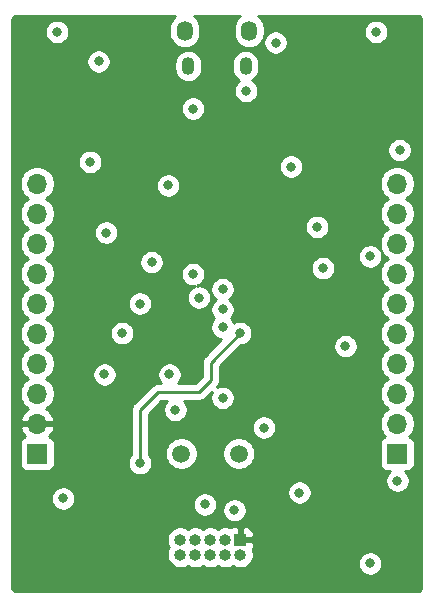
<source format=gbr>
G04 #@! TF.GenerationSoftware,KiCad,Pcbnew,(5.1.9)-1*
G04 #@! TF.CreationDate,2021-04-03T09:41:48-07:00*
G04 #@! TF.ProjectId,Avionics,4176696f-6e69-4637-932e-6b696361645f,rev?*
G04 #@! TF.SameCoordinates,Original*
G04 #@! TF.FileFunction,Copper,L2,Inr*
G04 #@! TF.FilePolarity,Positive*
%FSLAX46Y46*%
G04 Gerber Fmt 4.6, Leading zero omitted, Abs format (unit mm)*
G04 Created by KiCad (PCBNEW (5.1.9)-1) date 2021-04-03 09:41:48*
%MOMM*%
%LPD*%
G01*
G04 APERTURE LIST*
G04 #@! TA.AperFunction,ComponentPad*
%ADD10R,1.700000X1.700000*%
G04 #@! TD*
G04 #@! TA.AperFunction,ComponentPad*
%ADD11O,1.700000X1.700000*%
G04 #@! TD*
G04 #@! TA.AperFunction,ComponentPad*
%ADD12R,1.000000X1.000000*%
G04 #@! TD*
G04 #@! TA.AperFunction,ComponentPad*
%ADD13O,1.000000X1.000000*%
G04 #@! TD*
G04 #@! TA.AperFunction,ComponentPad*
%ADD14O,1.100000X1.500000*%
G04 #@! TD*
G04 #@! TA.AperFunction,ComponentPad*
%ADD15O,1.350000X1.700000*%
G04 #@! TD*
G04 #@! TA.AperFunction,ComponentPad*
%ADD16C,1.500000*%
G04 #@! TD*
G04 #@! TA.AperFunction,ViaPad*
%ADD17C,0.800000*%
G04 #@! TD*
G04 #@! TA.AperFunction,Conductor*
%ADD18C,0.250000*%
G04 #@! TD*
G04 #@! TA.AperFunction,Conductor*
%ADD19C,0.254000*%
G04 #@! TD*
G04 #@! TA.AperFunction,Conductor*
%ADD20C,0.100000*%
G04 #@! TD*
G04 APERTURE END LIST*
D10*
X192280000Y-96700000D03*
D11*
X192280000Y-94160000D03*
X192280000Y-91620000D03*
X192280000Y-89080000D03*
X192280000Y-86540000D03*
X192280000Y-84000000D03*
X192280000Y-81460000D03*
X192280000Y-78920000D03*
X192280000Y-76380000D03*
X192280000Y-73840000D03*
D12*
X179000000Y-104000000D03*
D13*
X179000000Y-105270000D03*
X177730000Y-104000000D03*
X177730000Y-105270000D03*
X176460000Y-104000000D03*
X176460000Y-105270000D03*
X175190000Y-104000000D03*
X175190000Y-105270000D03*
X173920000Y-104000000D03*
X173920000Y-105270000D03*
D14*
X179445000Y-63885000D03*
X174605000Y-63885000D03*
D15*
X179755000Y-60885000D03*
X174295000Y-60885000D03*
D16*
X174000000Y-96700000D03*
X178880000Y-96700000D03*
D10*
X161800000Y-96700000D03*
D11*
X161800000Y-94160000D03*
X161800000Y-91620000D03*
X161800000Y-89080000D03*
X161800000Y-86540000D03*
X161800000Y-84000000D03*
X161800000Y-81460000D03*
X161800000Y-78920000D03*
X161800000Y-76380000D03*
X161800000Y-73840000D03*
D17*
X190500000Y-61000000D03*
X192500000Y-71000000D03*
X175000000Y-67500000D03*
X172900000Y-74000000D03*
X183300000Y-72400000D03*
X185500000Y-77500000D03*
X186000000Y-81000000D03*
X184000000Y-100000000D03*
X190000000Y-106000000D03*
X192300000Y-99000000D03*
X181000000Y-94500000D03*
X163500000Y-61000000D03*
X167000000Y-63500000D03*
X169000000Y-86500000D03*
X164000000Y-100500000D03*
X178500000Y-101500000D03*
X166300000Y-72000000D03*
X182000000Y-61900000D03*
X187900000Y-87600000D03*
X185000000Y-71100000D03*
X167400000Y-94500000D03*
X166000000Y-102500000D03*
X172000000Y-64000000D03*
X170500000Y-68000000D03*
X171000000Y-78500000D03*
X174500000Y-90000000D03*
X181000000Y-90600000D03*
X182000000Y-88500000D03*
X182500000Y-76000000D03*
X180500000Y-104000000D03*
X178900000Y-82600000D03*
X177504878Y-91974141D03*
X176000000Y-101000000D03*
X190000000Y-80000000D03*
X170500000Y-84000000D03*
X167640000Y-78000000D03*
X179500000Y-66000000D03*
X177500000Y-84500000D03*
X173000000Y-90000000D03*
X167500000Y-90000000D03*
X177500000Y-86000000D03*
X173500000Y-93000000D03*
X175000000Y-81500000D03*
X171500000Y-80500000D03*
X175500000Y-83500000D03*
X177500000Y-82775000D03*
X170500000Y-97500000D03*
X179000000Y-86500000D03*
D18*
X170500000Y-97500000D02*
X170500000Y-93000000D01*
X170500000Y-93000000D02*
X172000000Y-91500000D01*
X172000000Y-91500000D02*
X174073002Y-91500000D01*
X174073002Y-91500000D02*
X175500000Y-91500000D01*
X175500000Y-91500000D02*
X176500000Y-90500000D01*
X176500000Y-89000000D02*
X179000000Y-86500000D01*
X176500000Y-90500000D02*
X176500000Y-89000000D01*
D19*
X173364209Y-59779208D02*
X173200505Y-59978682D01*
X173078862Y-60206259D01*
X173003955Y-60453195D01*
X172985000Y-60645649D01*
X172985000Y-61124350D01*
X173003955Y-61316804D01*
X173078862Y-61563740D01*
X173200505Y-61791317D01*
X173364208Y-61990792D01*
X173563682Y-62154495D01*
X173791259Y-62276138D01*
X174038195Y-62351045D01*
X174295000Y-62376338D01*
X174551804Y-62351045D01*
X174798740Y-62276138D01*
X175026317Y-62154495D01*
X175225792Y-61990792D01*
X175389495Y-61791318D01*
X175511138Y-61563741D01*
X175586045Y-61316805D01*
X175605000Y-61124351D01*
X175605000Y-60645650D01*
X175586045Y-60453196D01*
X175511138Y-60206260D01*
X175389495Y-59978682D01*
X175225792Y-59779208D01*
X175080536Y-59660000D01*
X178969465Y-59660000D01*
X178824209Y-59779208D01*
X178660505Y-59978682D01*
X178538862Y-60206259D01*
X178463955Y-60453195D01*
X178445000Y-60645649D01*
X178445000Y-61124350D01*
X178463955Y-61316804D01*
X178538862Y-61563740D01*
X178660505Y-61791317D01*
X178824208Y-61990792D01*
X179023682Y-62154495D01*
X179251259Y-62276138D01*
X179498195Y-62351045D01*
X179755000Y-62376338D01*
X180011804Y-62351045D01*
X180258740Y-62276138D01*
X180486317Y-62154495D01*
X180685792Y-61990792D01*
X180843961Y-61798061D01*
X180965000Y-61798061D01*
X180965000Y-62001939D01*
X181004774Y-62201898D01*
X181082795Y-62390256D01*
X181196063Y-62559774D01*
X181340226Y-62703937D01*
X181509744Y-62817205D01*
X181698102Y-62895226D01*
X181898061Y-62935000D01*
X182101939Y-62935000D01*
X182301898Y-62895226D01*
X182490256Y-62817205D01*
X182659774Y-62703937D01*
X182803937Y-62559774D01*
X182917205Y-62390256D01*
X182995226Y-62201898D01*
X183035000Y-62001939D01*
X183035000Y-61798061D01*
X182995226Y-61598102D01*
X182917205Y-61409744D01*
X182803937Y-61240226D01*
X182659774Y-61096063D01*
X182490256Y-60982795D01*
X182301898Y-60904774D01*
X182268150Y-60898061D01*
X189465000Y-60898061D01*
X189465000Y-61101939D01*
X189504774Y-61301898D01*
X189582795Y-61490256D01*
X189696063Y-61659774D01*
X189840226Y-61803937D01*
X190009744Y-61917205D01*
X190198102Y-61995226D01*
X190398061Y-62035000D01*
X190601939Y-62035000D01*
X190801898Y-61995226D01*
X190990256Y-61917205D01*
X191159774Y-61803937D01*
X191303937Y-61659774D01*
X191417205Y-61490256D01*
X191495226Y-61301898D01*
X191535000Y-61101939D01*
X191535000Y-60898061D01*
X191495226Y-60698102D01*
X191417205Y-60509744D01*
X191303937Y-60340226D01*
X191159774Y-60196063D01*
X190990256Y-60082795D01*
X190801898Y-60004774D01*
X190601939Y-59965000D01*
X190398061Y-59965000D01*
X190198102Y-60004774D01*
X190009744Y-60082795D01*
X189840226Y-60196063D01*
X189696063Y-60340226D01*
X189582795Y-60509744D01*
X189504774Y-60698102D01*
X189465000Y-60898061D01*
X182268150Y-60898061D01*
X182101939Y-60865000D01*
X181898061Y-60865000D01*
X181698102Y-60904774D01*
X181509744Y-60982795D01*
X181340226Y-61096063D01*
X181196063Y-61240226D01*
X181082795Y-61409744D01*
X181004774Y-61598102D01*
X180965000Y-61798061D01*
X180843961Y-61798061D01*
X180849495Y-61791318D01*
X180971138Y-61563741D01*
X181046045Y-61316805D01*
X181065000Y-61124351D01*
X181065000Y-60645650D01*
X181046045Y-60453196D01*
X180971138Y-60206260D01*
X180849495Y-59978682D01*
X180685792Y-59779208D01*
X180540536Y-59660000D01*
X193967721Y-59660000D01*
X194065424Y-59669580D01*
X194128356Y-59688580D01*
X194186405Y-59719445D01*
X194237343Y-59760989D01*
X194279248Y-59811644D01*
X194310515Y-59869471D01*
X194329956Y-59932272D01*
X194340001Y-60027845D01*
X194340000Y-107967721D01*
X194330420Y-108065424D01*
X194311420Y-108128357D01*
X194280554Y-108186406D01*
X194239011Y-108237343D01*
X194188356Y-108279248D01*
X194130529Y-108310515D01*
X194067728Y-108329956D01*
X193972165Y-108340000D01*
X160032279Y-108340000D01*
X159934576Y-108330420D01*
X159871643Y-108311420D01*
X159813594Y-108280554D01*
X159762657Y-108239011D01*
X159720752Y-108188356D01*
X159689485Y-108130529D01*
X159670044Y-108067728D01*
X159660000Y-107972165D01*
X159660000Y-103888212D01*
X172785000Y-103888212D01*
X172785000Y-104111788D01*
X172828617Y-104331067D01*
X172914176Y-104537624D01*
X172979241Y-104635000D01*
X172914176Y-104732376D01*
X172828617Y-104938933D01*
X172785000Y-105158212D01*
X172785000Y-105381788D01*
X172828617Y-105601067D01*
X172914176Y-105807624D01*
X173038388Y-105993520D01*
X173196480Y-106151612D01*
X173382376Y-106275824D01*
X173588933Y-106361383D01*
X173808212Y-106405000D01*
X174031788Y-106405000D01*
X174251067Y-106361383D01*
X174457624Y-106275824D01*
X174555000Y-106210759D01*
X174652376Y-106275824D01*
X174858933Y-106361383D01*
X175078212Y-106405000D01*
X175301788Y-106405000D01*
X175521067Y-106361383D01*
X175727624Y-106275824D01*
X175825000Y-106210759D01*
X175922376Y-106275824D01*
X176128933Y-106361383D01*
X176348212Y-106405000D01*
X176571788Y-106405000D01*
X176791067Y-106361383D01*
X176997624Y-106275824D01*
X177095000Y-106210759D01*
X177192376Y-106275824D01*
X177398933Y-106361383D01*
X177618212Y-106405000D01*
X177841788Y-106405000D01*
X178061067Y-106361383D01*
X178267624Y-106275824D01*
X178365000Y-106210759D01*
X178462376Y-106275824D01*
X178668933Y-106361383D01*
X178888212Y-106405000D01*
X179111788Y-106405000D01*
X179331067Y-106361383D01*
X179537624Y-106275824D01*
X179723520Y-106151612D01*
X179881612Y-105993520D01*
X179945395Y-105898061D01*
X188965000Y-105898061D01*
X188965000Y-106101939D01*
X189004774Y-106301898D01*
X189082795Y-106490256D01*
X189196063Y-106659774D01*
X189340226Y-106803937D01*
X189509744Y-106917205D01*
X189698102Y-106995226D01*
X189898061Y-107035000D01*
X190101939Y-107035000D01*
X190301898Y-106995226D01*
X190490256Y-106917205D01*
X190659774Y-106803937D01*
X190803937Y-106659774D01*
X190917205Y-106490256D01*
X190995226Y-106301898D01*
X191035000Y-106101939D01*
X191035000Y-105898061D01*
X190995226Y-105698102D01*
X190917205Y-105509744D01*
X190803937Y-105340226D01*
X190659774Y-105196063D01*
X190490256Y-105082795D01*
X190301898Y-105004774D01*
X190101939Y-104965000D01*
X189898061Y-104965000D01*
X189698102Y-105004774D01*
X189509744Y-105082795D01*
X189340226Y-105196063D01*
X189196063Y-105340226D01*
X189082795Y-105509744D01*
X189004774Y-105698102D01*
X188965000Y-105898061D01*
X179945395Y-105898061D01*
X180005824Y-105807624D01*
X180091383Y-105601067D01*
X180135000Y-105381788D01*
X180135000Y-105158212D01*
X180091383Y-104938933D01*
X180045112Y-104827226D01*
X180089502Y-104744180D01*
X180125812Y-104624482D01*
X180138072Y-104500000D01*
X180135000Y-104285750D01*
X179976250Y-104127000D01*
X179127000Y-104127000D01*
X179127000Y-104138026D01*
X179111788Y-104135000D01*
X178888212Y-104135000D01*
X178873000Y-104138026D01*
X178873000Y-104127000D01*
X178861974Y-104127000D01*
X178865000Y-104111788D01*
X178865000Y-103888212D01*
X178861974Y-103873000D01*
X178873000Y-103873000D01*
X178873000Y-103023750D01*
X179127000Y-103023750D01*
X179127000Y-103873000D01*
X179976250Y-103873000D01*
X180135000Y-103714250D01*
X180138072Y-103500000D01*
X180125812Y-103375518D01*
X180089502Y-103255820D01*
X180030537Y-103145506D01*
X179951185Y-103048815D01*
X179854494Y-102969463D01*
X179744180Y-102910498D01*
X179624482Y-102874188D01*
X179500000Y-102861928D01*
X179285750Y-102865000D01*
X179127000Y-103023750D01*
X178873000Y-103023750D01*
X178714250Y-102865000D01*
X178500000Y-102861928D01*
X178375518Y-102874188D01*
X178255820Y-102910498D01*
X178172774Y-102954888D01*
X178061067Y-102908617D01*
X177841788Y-102865000D01*
X177618212Y-102865000D01*
X177398933Y-102908617D01*
X177192376Y-102994176D01*
X177095000Y-103059241D01*
X176997624Y-102994176D01*
X176791067Y-102908617D01*
X176571788Y-102865000D01*
X176348212Y-102865000D01*
X176128933Y-102908617D01*
X175922376Y-102994176D01*
X175825000Y-103059241D01*
X175727624Y-102994176D01*
X175521067Y-102908617D01*
X175301788Y-102865000D01*
X175078212Y-102865000D01*
X174858933Y-102908617D01*
X174652376Y-102994176D01*
X174555000Y-103059241D01*
X174457624Y-102994176D01*
X174251067Y-102908617D01*
X174031788Y-102865000D01*
X173808212Y-102865000D01*
X173588933Y-102908617D01*
X173382376Y-102994176D01*
X173196480Y-103118388D01*
X173038388Y-103276480D01*
X172914176Y-103462376D01*
X172828617Y-103668933D01*
X172785000Y-103888212D01*
X159660000Y-103888212D01*
X159660000Y-100398061D01*
X162965000Y-100398061D01*
X162965000Y-100601939D01*
X163004774Y-100801898D01*
X163082795Y-100990256D01*
X163196063Y-101159774D01*
X163340226Y-101303937D01*
X163509744Y-101417205D01*
X163698102Y-101495226D01*
X163898061Y-101535000D01*
X164101939Y-101535000D01*
X164301898Y-101495226D01*
X164490256Y-101417205D01*
X164659774Y-101303937D01*
X164803937Y-101159774D01*
X164917205Y-100990256D01*
X164955393Y-100898061D01*
X174965000Y-100898061D01*
X174965000Y-101101939D01*
X175004774Y-101301898D01*
X175082795Y-101490256D01*
X175196063Y-101659774D01*
X175340226Y-101803937D01*
X175509744Y-101917205D01*
X175698102Y-101995226D01*
X175898061Y-102035000D01*
X176101939Y-102035000D01*
X176301898Y-101995226D01*
X176490256Y-101917205D01*
X176659774Y-101803937D01*
X176803937Y-101659774D01*
X176917205Y-101490256D01*
X176955393Y-101398061D01*
X177465000Y-101398061D01*
X177465000Y-101601939D01*
X177504774Y-101801898D01*
X177582795Y-101990256D01*
X177696063Y-102159774D01*
X177840226Y-102303937D01*
X178009744Y-102417205D01*
X178198102Y-102495226D01*
X178398061Y-102535000D01*
X178601939Y-102535000D01*
X178801898Y-102495226D01*
X178990256Y-102417205D01*
X179159774Y-102303937D01*
X179303937Y-102159774D01*
X179417205Y-101990256D01*
X179495226Y-101801898D01*
X179535000Y-101601939D01*
X179535000Y-101398061D01*
X179495226Y-101198102D01*
X179417205Y-101009744D01*
X179303937Y-100840226D01*
X179159774Y-100696063D01*
X178990256Y-100582795D01*
X178801898Y-100504774D01*
X178601939Y-100465000D01*
X178398061Y-100465000D01*
X178198102Y-100504774D01*
X178009744Y-100582795D01*
X177840226Y-100696063D01*
X177696063Y-100840226D01*
X177582795Y-101009744D01*
X177504774Y-101198102D01*
X177465000Y-101398061D01*
X176955393Y-101398061D01*
X176995226Y-101301898D01*
X177035000Y-101101939D01*
X177035000Y-100898061D01*
X176995226Y-100698102D01*
X176917205Y-100509744D01*
X176803937Y-100340226D01*
X176659774Y-100196063D01*
X176490256Y-100082795D01*
X176301898Y-100004774D01*
X176101939Y-99965000D01*
X175898061Y-99965000D01*
X175698102Y-100004774D01*
X175509744Y-100082795D01*
X175340226Y-100196063D01*
X175196063Y-100340226D01*
X175082795Y-100509744D01*
X175004774Y-100698102D01*
X174965000Y-100898061D01*
X164955393Y-100898061D01*
X164995226Y-100801898D01*
X165035000Y-100601939D01*
X165035000Y-100398061D01*
X164995226Y-100198102D01*
X164917205Y-100009744D01*
X164842582Y-99898061D01*
X182965000Y-99898061D01*
X182965000Y-100101939D01*
X183004774Y-100301898D01*
X183082795Y-100490256D01*
X183196063Y-100659774D01*
X183340226Y-100803937D01*
X183509744Y-100917205D01*
X183698102Y-100995226D01*
X183898061Y-101035000D01*
X184101939Y-101035000D01*
X184301898Y-100995226D01*
X184490256Y-100917205D01*
X184659774Y-100803937D01*
X184803937Y-100659774D01*
X184917205Y-100490256D01*
X184995226Y-100301898D01*
X185035000Y-100101939D01*
X185035000Y-99898061D01*
X184995226Y-99698102D01*
X184917205Y-99509744D01*
X184803937Y-99340226D01*
X184659774Y-99196063D01*
X184490256Y-99082795D01*
X184301898Y-99004774D01*
X184101939Y-98965000D01*
X183898061Y-98965000D01*
X183698102Y-99004774D01*
X183509744Y-99082795D01*
X183340226Y-99196063D01*
X183196063Y-99340226D01*
X183082795Y-99509744D01*
X183004774Y-99698102D01*
X182965000Y-99898061D01*
X164842582Y-99898061D01*
X164803937Y-99840226D01*
X164659774Y-99696063D01*
X164490256Y-99582795D01*
X164301898Y-99504774D01*
X164101939Y-99465000D01*
X163898061Y-99465000D01*
X163698102Y-99504774D01*
X163509744Y-99582795D01*
X163340226Y-99696063D01*
X163196063Y-99840226D01*
X163082795Y-100009744D01*
X163004774Y-100198102D01*
X162965000Y-100398061D01*
X159660000Y-100398061D01*
X159660000Y-95850000D01*
X160311928Y-95850000D01*
X160311928Y-97550000D01*
X160324188Y-97674482D01*
X160360498Y-97794180D01*
X160419463Y-97904494D01*
X160498815Y-98001185D01*
X160595506Y-98080537D01*
X160705820Y-98139502D01*
X160825518Y-98175812D01*
X160950000Y-98188072D01*
X162650000Y-98188072D01*
X162774482Y-98175812D01*
X162894180Y-98139502D01*
X163004494Y-98080537D01*
X163101185Y-98001185D01*
X163180537Y-97904494D01*
X163239502Y-97794180D01*
X163275812Y-97674482D01*
X163288072Y-97550000D01*
X163288072Y-97398061D01*
X169465000Y-97398061D01*
X169465000Y-97601939D01*
X169504774Y-97801898D01*
X169582795Y-97990256D01*
X169696063Y-98159774D01*
X169840226Y-98303937D01*
X170009744Y-98417205D01*
X170198102Y-98495226D01*
X170398061Y-98535000D01*
X170601939Y-98535000D01*
X170801898Y-98495226D01*
X170990256Y-98417205D01*
X171159774Y-98303937D01*
X171303937Y-98159774D01*
X171417205Y-97990256D01*
X171495226Y-97801898D01*
X171535000Y-97601939D01*
X171535000Y-97398061D01*
X171495226Y-97198102D01*
X171417205Y-97009744D01*
X171303937Y-96840226D01*
X171260000Y-96796289D01*
X171260000Y-96563589D01*
X172615000Y-96563589D01*
X172615000Y-96836411D01*
X172668225Y-97103989D01*
X172772629Y-97356043D01*
X172924201Y-97582886D01*
X173117114Y-97775799D01*
X173343957Y-97927371D01*
X173596011Y-98031775D01*
X173863589Y-98085000D01*
X174136411Y-98085000D01*
X174403989Y-98031775D01*
X174656043Y-97927371D01*
X174882886Y-97775799D01*
X175075799Y-97582886D01*
X175227371Y-97356043D01*
X175331775Y-97103989D01*
X175385000Y-96836411D01*
X175385000Y-96563589D01*
X177495000Y-96563589D01*
X177495000Y-96836411D01*
X177548225Y-97103989D01*
X177652629Y-97356043D01*
X177804201Y-97582886D01*
X177997114Y-97775799D01*
X178223957Y-97927371D01*
X178476011Y-98031775D01*
X178743589Y-98085000D01*
X179016411Y-98085000D01*
X179283989Y-98031775D01*
X179536043Y-97927371D01*
X179762886Y-97775799D01*
X179955799Y-97582886D01*
X180107371Y-97356043D01*
X180211775Y-97103989D01*
X180265000Y-96836411D01*
X180265000Y-96563589D01*
X180211775Y-96296011D01*
X180107371Y-96043957D01*
X179955799Y-95817114D01*
X179762886Y-95624201D01*
X179536043Y-95472629D01*
X179283989Y-95368225D01*
X179016411Y-95315000D01*
X178743589Y-95315000D01*
X178476011Y-95368225D01*
X178223957Y-95472629D01*
X177997114Y-95624201D01*
X177804201Y-95817114D01*
X177652629Y-96043957D01*
X177548225Y-96296011D01*
X177495000Y-96563589D01*
X175385000Y-96563589D01*
X175331775Y-96296011D01*
X175227371Y-96043957D01*
X175075799Y-95817114D01*
X174882886Y-95624201D01*
X174656043Y-95472629D01*
X174403989Y-95368225D01*
X174136411Y-95315000D01*
X173863589Y-95315000D01*
X173596011Y-95368225D01*
X173343957Y-95472629D01*
X173117114Y-95624201D01*
X172924201Y-95817114D01*
X172772629Y-96043957D01*
X172668225Y-96296011D01*
X172615000Y-96563589D01*
X171260000Y-96563589D01*
X171260000Y-94398061D01*
X179965000Y-94398061D01*
X179965000Y-94601939D01*
X180004774Y-94801898D01*
X180082795Y-94990256D01*
X180196063Y-95159774D01*
X180340226Y-95303937D01*
X180509744Y-95417205D01*
X180698102Y-95495226D01*
X180898061Y-95535000D01*
X181101939Y-95535000D01*
X181301898Y-95495226D01*
X181490256Y-95417205D01*
X181659774Y-95303937D01*
X181803937Y-95159774D01*
X181917205Y-94990256D01*
X181995226Y-94801898D01*
X182035000Y-94601939D01*
X182035000Y-94398061D01*
X181995226Y-94198102D01*
X181917205Y-94009744D01*
X181803937Y-93840226D01*
X181659774Y-93696063D01*
X181490256Y-93582795D01*
X181301898Y-93504774D01*
X181101939Y-93465000D01*
X180898061Y-93465000D01*
X180698102Y-93504774D01*
X180509744Y-93582795D01*
X180340226Y-93696063D01*
X180196063Y-93840226D01*
X180082795Y-94009744D01*
X180004774Y-94198102D01*
X179965000Y-94398061D01*
X171260000Y-94398061D01*
X171260000Y-93314801D01*
X172314802Y-92260000D01*
X172776289Y-92260000D01*
X172696063Y-92340226D01*
X172582795Y-92509744D01*
X172504774Y-92698102D01*
X172465000Y-92898061D01*
X172465000Y-93101939D01*
X172504774Y-93301898D01*
X172582795Y-93490256D01*
X172696063Y-93659774D01*
X172840226Y-93803937D01*
X173009744Y-93917205D01*
X173198102Y-93995226D01*
X173398061Y-94035000D01*
X173601939Y-94035000D01*
X173801898Y-93995226D01*
X173990256Y-93917205D01*
X174159774Y-93803937D01*
X174303937Y-93659774D01*
X174417205Y-93490256D01*
X174495226Y-93301898D01*
X174535000Y-93101939D01*
X174535000Y-92898061D01*
X174495226Y-92698102D01*
X174417205Y-92509744D01*
X174303937Y-92340226D01*
X174223711Y-92260000D01*
X175462678Y-92260000D01*
X175500000Y-92263676D01*
X175537322Y-92260000D01*
X175537333Y-92260000D01*
X175648986Y-92249003D01*
X175792247Y-92205546D01*
X175924276Y-92134974D01*
X176040001Y-92040001D01*
X176063804Y-92010998D01*
X176585379Y-91489422D01*
X176509652Y-91672243D01*
X176469878Y-91872202D01*
X176469878Y-92076080D01*
X176509652Y-92276039D01*
X176587673Y-92464397D01*
X176700941Y-92633915D01*
X176845104Y-92778078D01*
X177014622Y-92891346D01*
X177202980Y-92969367D01*
X177402939Y-93009141D01*
X177606817Y-93009141D01*
X177806776Y-92969367D01*
X177995134Y-92891346D01*
X178164652Y-92778078D01*
X178308815Y-92633915D01*
X178422083Y-92464397D01*
X178500104Y-92276039D01*
X178539878Y-92076080D01*
X178539878Y-91872202D01*
X178500104Y-91672243D01*
X178422083Y-91483885D01*
X178308815Y-91314367D01*
X178164652Y-91170204D01*
X177995134Y-91056936D01*
X177806776Y-90978915D01*
X177606817Y-90939141D01*
X177402939Y-90939141D01*
X177202980Y-90978915D01*
X177024199Y-91052969D01*
X177040001Y-91040001D01*
X177134974Y-90924276D01*
X177205546Y-90792247D01*
X177249003Y-90648986D01*
X177260000Y-90537333D01*
X177260000Y-90537332D01*
X177263677Y-90500000D01*
X177260000Y-90462667D01*
X177260000Y-89314801D01*
X179039802Y-87535000D01*
X179101939Y-87535000D01*
X179287645Y-87498061D01*
X186865000Y-87498061D01*
X186865000Y-87701939D01*
X186904774Y-87901898D01*
X186982795Y-88090256D01*
X187096063Y-88259774D01*
X187240226Y-88403937D01*
X187409744Y-88517205D01*
X187598102Y-88595226D01*
X187798061Y-88635000D01*
X188001939Y-88635000D01*
X188201898Y-88595226D01*
X188390256Y-88517205D01*
X188559774Y-88403937D01*
X188703937Y-88259774D01*
X188817205Y-88090256D01*
X188895226Y-87901898D01*
X188935000Y-87701939D01*
X188935000Y-87498061D01*
X188895226Y-87298102D01*
X188817205Y-87109744D01*
X188703937Y-86940226D01*
X188559774Y-86796063D01*
X188390256Y-86682795D01*
X188201898Y-86604774D01*
X188001939Y-86565000D01*
X187798061Y-86565000D01*
X187598102Y-86604774D01*
X187409744Y-86682795D01*
X187240226Y-86796063D01*
X187096063Y-86940226D01*
X186982795Y-87109744D01*
X186904774Y-87298102D01*
X186865000Y-87498061D01*
X179287645Y-87498061D01*
X179301898Y-87495226D01*
X179490256Y-87417205D01*
X179659774Y-87303937D01*
X179803937Y-87159774D01*
X179917205Y-86990256D01*
X179995226Y-86801898D01*
X180035000Y-86601939D01*
X180035000Y-86398061D01*
X179995226Y-86198102D01*
X179917205Y-86009744D01*
X179803937Y-85840226D01*
X179659774Y-85696063D01*
X179490256Y-85582795D01*
X179301898Y-85504774D01*
X179101939Y-85465000D01*
X178898061Y-85465000D01*
X178698102Y-85504774D01*
X178509744Y-85582795D01*
X178460965Y-85615388D01*
X178417205Y-85509744D01*
X178303937Y-85340226D01*
X178213711Y-85250000D01*
X178303937Y-85159774D01*
X178417205Y-84990256D01*
X178495226Y-84801898D01*
X178535000Y-84601939D01*
X178535000Y-84398061D01*
X178495226Y-84198102D01*
X178417205Y-84009744D01*
X178303937Y-83840226D01*
X178159774Y-83696063D01*
X178072128Y-83637500D01*
X178159774Y-83578937D01*
X178303937Y-83434774D01*
X178417205Y-83265256D01*
X178495226Y-83076898D01*
X178535000Y-82876939D01*
X178535000Y-82673061D01*
X178495226Y-82473102D01*
X178417205Y-82284744D01*
X178303937Y-82115226D01*
X178159774Y-81971063D01*
X177990256Y-81857795D01*
X177801898Y-81779774D01*
X177601939Y-81740000D01*
X177398061Y-81740000D01*
X177198102Y-81779774D01*
X177009744Y-81857795D01*
X176840226Y-81971063D01*
X176696063Y-82115226D01*
X176582795Y-82284744D01*
X176504774Y-82473102D01*
X176465000Y-82673061D01*
X176465000Y-82876939D01*
X176504774Y-83076898D01*
X176582795Y-83265256D01*
X176696063Y-83434774D01*
X176840226Y-83578937D01*
X176927872Y-83637500D01*
X176840226Y-83696063D01*
X176696063Y-83840226D01*
X176582795Y-84009744D01*
X176504774Y-84198102D01*
X176465000Y-84398061D01*
X176465000Y-84601939D01*
X176504774Y-84801898D01*
X176582795Y-84990256D01*
X176696063Y-85159774D01*
X176786289Y-85250000D01*
X176696063Y-85340226D01*
X176582795Y-85509744D01*
X176504774Y-85698102D01*
X176465000Y-85898061D01*
X176465000Y-86101939D01*
X176504774Y-86301898D01*
X176582795Y-86490256D01*
X176696063Y-86659774D01*
X176840226Y-86803937D01*
X177009744Y-86917205D01*
X177198102Y-86995226D01*
X177391503Y-87033696D01*
X175988998Y-88436201D01*
X175960000Y-88459999D01*
X175936202Y-88488997D01*
X175936201Y-88488998D01*
X175865026Y-88575724D01*
X175794454Y-88707754D01*
X175750998Y-88851015D01*
X175736324Y-89000000D01*
X175740001Y-89037332D01*
X175740000Y-90185198D01*
X175185199Y-90740000D01*
X173723711Y-90740000D01*
X173803937Y-90659774D01*
X173917205Y-90490256D01*
X173995226Y-90301898D01*
X174035000Y-90101939D01*
X174035000Y-89898061D01*
X173995226Y-89698102D01*
X173917205Y-89509744D01*
X173803937Y-89340226D01*
X173659774Y-89196063D01*
X173490256Y-89082795D01*
X173301898Y-89004774D01*
X173101939Y-88965000D01*
X172898061Y-88965000D01*
X172698102Y-89004774D01*
X172509744Y-89082795D01*
X172340226Y-89196063D01*
X172196063Y-89340226D01*
X172082795Y-89509744D01*
X172004774Y-89698102D01*
X171965000Y-89898061D01*
X171965000Y-90101939D01*
X172004774Y-90301898D01*
X172082795Y-90490256D01*
X172196063Y-90659774D01*
X172276289Y-90740000D01*
X172037322Y-90740000D01*
X171999999Y-90736324D01*
X171962676Y-90740000D01*
X171962667Y-90740000D01*
X171851014Y-90750997D01*
X171707753Y-90794454D01*
X171575724Y-90865026D01*
X171459999Y-90959999D01*
X171436201Y-90988997D01*
X169988998Y-92436201D01*
X169960000Y-92459999D01*
X169936202Y-92488997D01*
X169936201Y-92488998D01*
X169865026Y-92575724D01*
X169794454Y-92707754D01*
X169764180Y-92807558D01*
X169750998Y-92851014D01*
X169740001Y-92962667D01*
X169736324Y-93000000D01*
X169740001Y-93037332D01*
X169740000Y-96796289D01*
X169696063Y-96840226D01*
X169582795Y-97009744D01*
X169504774Y-97198102D01*
X169465000Y-97398061D01*
X163288072Y-97398061D01*
X163288072Y-95850000D01*
X163275812Y-95725518D01*
X163239502Y-95605820D01*
X163180537Y-95495506D01*
X163101185Y-95398815D01*
X163004494Y-95319463D01*
X162894180Y-95260498D01*
X162813534Y-95236034D01*
X162897588Y-95160269D01*
X163071641Y-94926920D01*
X163196825Y-94664099D01*
X163241476Y-94516890D01*
X163120155Y-94287000D01*
X161927000Y-94287000D01*
X161927000Y-94307000D01*
X161673000Y-94307000D01*
X161673000Y-94287000D01*
X160479845Y-94287000D01*
X160358524Y-94516890D01*
X160403175Y-94664099D01*
X160528359Y-94926920D01*
X160702412Y-95160269D01*
X160786466Y-95236034D01*
X160705820Y-95260498D01*
X160595506Y-95319463D01*
X160498815Y-95398815D01*
X160419463Y-95495506D01*
X160360498Y-95605820D01*
X160324188Y-95725518D01*
X160311928Y-95850000D01*
X159660000Y-95850000D01*
X159660000Y-73693740D01*
X160315000Y-73693740D01*
X160315000Y-73986260D01*
X160372068Y-74273158D01*
X160484010Y-74543411D01*
X160646525Y-74786632D01*
X160853368Y-74993475D01*
X161027760Y-75110000D01*
X160853368Y-75226525D01*
X160646525Y-75433368D01*
X160484010Y-75676589D01*
X160372068Y-75946842D01*
X160315000Y-76233740D01*
X160315000Y-76526260D01*
X160372068Y-76813158D01*
X160484010Y-77083411D01*
X160646525Y-77326632D01*
X160853368Y-77533475D01*
X161027760Y-77650000D01*
X160853368Y-77766525D01*
X160646525Y-77973368D01*
X160484010Y-78216589D01*
X160372068Y-78486842D01*
X160315000Y-78773740D01*
X160315000Y-79066260D01*
X160372068Y-79353158D01*
X160484010Y-79623411D01*
X160646525Y-79866632D01*
X160853368Y-80073475D01*
X161027760Y-80190000D01*
X160853368Y-80306525D01*
X160646525Y-80513368D01*
X160484010Y-80756589D01*
X160372068Y-81026842D01*
X160315000Y-81313740D01*
X160315000Y-81606260D01*
X160372068Y-81893158D01*
X160484010Y-82163411D01*
X160646525Y-82406632D01*
X160853368Y-82613475D01*
X161027760Y-82730000D01*
X160853368Y-82846525D01*
X160646525Y-83053368D01*
X160484010Y-83296589D01*
X160372068Y-83566842D01*
X160315000Y-83853740D01*
X160315000Y-84146260D01*
X160372068Y-84433158D01*
X160484010Y-84703411D01*
X160646525Y-84946632D01*
X160853368Y-85153475D01*
X161027760Y-85270000D01*
X160853368Y-85386525D01*
X160646525Y-85593368D01*
X160484010Y-85836589D01*
X160372068Y-86106842D01*
X160315000Y-86393740D01*
X160315000Y-86686260D01*
X160372068Y-86973158D01*
X160484010Y-87243411D01*
X160646525Y-87486632D01*
X160853368Y-87693475D01*
X161027760Y-87810000D01*
X160853368Y-87926525D01*
X160646525Y-88133368D01*
X160484010Y-88376589D01*
X160372068Y-88646842D01*
X160315000Y-88933740D01*
X160315000Y-89226260D01*
X160372068Y-89513158D01*
X160484010Y-89783411D01*
X160646525Y-90026632D01*
X160853368Y-90233475D01*
X161027760Y-90350000D01*
X160853368Y-90466525D01*
X160646525Y-90673368D01*
X160484010Y-90916589D01*
X160372068Y-91186842D01*
X160315000Y-91473740D01*
X160315000Y-91766260D01*
X160372068Y-92053158D01*
X160484010Y-92323411D01*
X160646525Y-92566632D01*
X160853368Y-92773475D01*
X161035534Y-92895195D01*
X160918645Y-92964822D01*
X160702412Y-93159731D01*
X160528359Y-93393080D01*
X160403175Y-93655901D01*
X160358524Y-93803110D01*
X160479845Y-94033000D01*
X161673000Y-94033000D01*
X161673000Y-94013000D01*
X161927000Y-94013000D01*
X161927000Y-94033000D01*
X163120155Y-94033000D01*
X163241476Y-93803110D01*
X163196825Y-93655901D01*
X163071641Y-93393080D01*
X162897588Y-93159731D01*
X162681355Y-92964822D01*
X162564466Y-92895195D01*
X162746632Y-92773475D01*
X162953475Y-92566632D01*
X163115990Y-92323411D01*
X163227932Y-92053158D01*
X163285000Y-91766260D01*
X163285000Y-91473740D01*
X163227932Y-91186842D01*
X163115990Y-90916589D01*
X162953475Y-90673368D01*
X162746632Y-90466525D01*
X162572240Y-90350000D01*
X162746632Y-90233475D01*
X162953475Y-90026632D01*
X163039383Y-89898061D01*
X166465000Y-89898061D01*
X166465000Y-90101939D01*
X166504774Y-90301898D01*
X166582795Y-90490256D01*
X166696063Y-90659774D01*
X166840226Y-90803937D01*
X167009744Y-90917205D01*
X167198102Y-90995226D01*
X167398061Y-91035000D01*
X167601939Y-91035000D01*
X167801898Y-90995226D01*
X167990256Y-90917205D01*
X168159774Y-90803937D01*
X168303937Y-90659774D01*
X168417205Y-90490256D01*
X168495226Y-90301898D01*
X168535000Y-90101939D01*
X168535000Y-89898061D01*
X168495226Y-89698102D01*
X168417205Y-89509744D01*
X168303937Y-89340226D01*
X168159774Y-89196063D01*
X167990256Y-89082795D01*
X167801898Y-89004774D01*
X167601939Y-88965000D01*
X167398061Y-88965000D01*
X167198102Y-89004774D01*
X167009744Y-89082795D01*
X166840226Y-89196063D01*
X166696063Y-89340226D01*
X166582795Y-89509744D01*
X166504774Y-89698102D01*
X166465000Y-89898061D01*
X163039383Y-89898061D01*
X163115990Y-89783411D01*
X163227932Y-89513158D01*
X163285000Y-89226260D01*
X163285000Y-88933740D01*
X163227932Y-88646842D01*
X163115990Y-88376589D01*
X162953475Y-88133368D01*
X162746632Y-87926525D01*
X162572240Y-87810000D01*
X162746632Y-87693475D01*
X162953475Y-87486632D01*
X163115990Y-87243411D01*
X163227932Y-86973158D01*
X163285000Y-86686260D01*
X163285000Y-86398061D01*
X167965000Y-86398061D01*
X167965000Y-86601939D01*
X168004774Y-86801898D01*
X168082795Y-86990256D01*
X168196063Y-87159774D01*
X168340226Y-87303937D01*
X168509744Y-87417205D01*
X168698102Y-87495226D01*
X168898061Y-87535000D01*
X169101939Y-87535000D01*
X169301898Y-87495226D01*
X169490256Y-87417205D01*
X169659774Y-87303937D01*
X169803937Y-87159774D01*
X169917205Y-86990256D01*
X169995226Y-86801898D01*
X170035000Y-86601939D01*
X170035000Y-86398061D01*
X169995226Y-86198102D01*
X169917205Y-86009744D01*
X169803937Y-85840226D01*
X169659774Y-85696063D01*
X169490256Y-85582795D01*
X169301898Y-85504774D01*
X169101939Y-85465000D01*
X168898061Y-85465000D01*
X168698102Y-85504774D01*
X168509744Y-85582795D01*
X168340226Y-85696063D01*
X168196063Y-85840226D01*
X168082795Y-86009744D01*
X168004774Y-86198102D01*
X167965000Y-86398061D01*
X163285000Y-86398061D01*
X163285000Y-86393740D01*
X163227932Y-86106842D01*
X163115990Y-85836589D01*
X162953475Y-85593368D01*
X162746632Y-85386525D01*
X162572240Y-85270000D01*
X162746632Y-85153475D01*
X162953475Y-84946632D01*
X163115990Y-84703411D01*
X163227932Y-84433158D01*
X163285000Y-84146260D01*
X163285000Y-83898061D01*
X169465000Y-83898061D01*
X169465000Y-84101939D01*
X169504774Y-84301898D01*
X169582795Y-84490256D01*
X169696063Y-84659774D01*
X169840226Y-84803937D01*
X170009744Y-84917205D01*
X170198102Y-84995226D01*
X170398061Y-85035000D01*
X170601939Y-85035000D01*
X170801898Y-84995226D01*
X170990256Y-84917205D01*
X171159774Y-84803937D01*
X171303937Y-84659774D01*
X171417205Y-84490256D01*
X171495226Y-84301898D01*
X171535000Y-84101939D01*
X171535000Y-83898061D01*
X171495226Y-83698102D01*
X171417205Y-83509744D01*
X171303937Y-83340226D01*
X171159774Y-83196063D01*
X170990256Y-83082795D01*
X170801898Y-83004774D01*
X170601939Y-82965000D01*
X170398061Y-82965000D01*
X170198102Y-83004774D01*
X170009744Y-83082795D01*
X169840226Y-83196063D01*
X169696063Y-83340226D01*
X169582795Y-83509744D01*
X169504774Y-83698102D01*
X169465000Y-83898061D01*
X163285000Y-83898061D01*
X163285000Y-83853740D01*
X163227932Y-83566842D01*
X163115990Y-83296589D01*
X162953475Y-83053368D01*
X162746632Y-82846525D01*
X162572240Y-82730000D01*
X162746632Y-82613475D01*
X162953475Y-82406632D01*
X163115990Y-82163411D01*
X163227932Y-81893158D01*
X163285000Y-81606260D01*
X163285000Y-81313740D01*
X163227932Y-81026842D01*
X163115990Y-80756589D01*
X162953475Y-80513368D01*
X162838168Y-80398061D01*
X170465000Y-80398061D01*
X170465000Y-80601939D01*
X170504774Y-80801898D01*
X170582795Y-80990256D01*
X170696063Y-81159774D01*
X170840226Y-81303937D01*
X171009744Y-81417205D01*
X171198102Y-81495226D01*
X171398061Y-81535000D01*
X171601939Y-81535000D01*
X171801898Y-81495226D01*
X171990256Y-81417205D01*
X172018907Y-81398061D01*
X173965000Y-81398061D01*
X173965000Y-81601939D01*
X174004774Y-81801898D01*
X174082795Y-81990256D01*
X174196063Y-82159774D01*
X174340226Y-82303937D01*
X174509744Y-82417205D01*
X174698102Y-82495226D01*
X174898061Y-82535000D01*
X175101939Y-82535000D01*
X175146556Y-82526125D01*
X175009744Y-82582795D01*
X174840226Y-82696063D01*
X174696063Y-82840226D01*
X174582795Y-83009744D01*
X174504774Y-83198102D01*
X174465000Y-83398061D01*
X174465000Y-83601939D01*
X174504774Y-83801898D01*
X174582795Y-83990256D01*
X174696063Y-84159774D01*
X174840226Y-84303937D01*
X175009744Y-84417205D01*
X175198102Y-84495226D01*
X175398061Y-84535000D01*
X175601939Y-84535000D01*
X175801898Y-84495226D01*
X175990256Y-84417205D01*
X176159774Y-84303937D01*
X176303937Y-84159774D01*
X176417205Y-83990256D01*
X176495226Y-83801898D01*
X176535000Y-83601939D01*
X176535000Y-83398061D01*
X176495226Y-83198102D01*
X176417205Y-83009744D01*
X176303937Y-82840226D01*
X176159774Y-82696063D01*
X175990256Y-82582795D01*
X175801898Y-82504774D01*
X175601939Y-82465000D01*
X175398061Y-82465000D01*
X175353444Y-82473875D01*
X175490256Y-82417205D01*
X175659774Y-82303937D01*
X175803937Y-82159774D01*
X175917205Y-81990256D01*
X175995226Y-81801898D01*
X176035000Y-81601939D01*
X176035000Y-81398061D01*
X175995226Y-81198102D01*
X175917205Y-81009744D01*
X175842582Y-80898061D01*
X184965000Y-80898061D01*
X184965000Y-81101939D01*
X185004774Y-81301898D01*
X185082795Y-81490256D01*
X185196063Y-81659774D01*
X185340226Y-81803937D01*
X185509744Y-81917205D01*
X185698102Y-81995226D01*
X185898061Y-82035000D01*
X186101939Y-82035000D01*
X186301898Y-81995226D01*
X186490256Y-81917205D01*
X186659774Y-81803937D01*
X186803937Y-81659774D01*
X186917205Y-81490256D01*
X186995226Y-81301898D01*
X187035000Y-81101939D01*
X187035000Y-80898061D01*
X186995226Y-80698102D01*
X186917205Y-80509744D01*
X186803937Y-80340226D01*
X186659774Y-80196063D01*
X186490256Y-80082795D01*
X186301898Y-80004774D01*
X186101939Y-79965000D01*
X185898061Y-79965000D01*
X185698102Y-80004774D01*
X185509744Y-80082795D01*
X185340226Y-80196063D01*
X185196063Y-80340226D01*
X185082795Y-80509744D01*
X185004774Y-80698102D01*
X184965000Y-80898061D01*
X175842582Y-80898061D01*
X175803937Y-80840226D01*
X175659774Y-80696063D01*
X175490256Y-80582795D01*
X175301898Y-80504774D01*
X175101939Y-80465000D01*
X174898061Y-80465000D01*
X174698102Y-80504774D01*
X174509744Y-80582795D01*
X174340226Y-80696063D01*
X174196063Y-80840226D01*
X174082795Y-81009744D01*
X174004774Y-81198102D01*
X173965000Y-81398061D01*
X172018907Y-81398061D01*
X172159774Y-81303937D01*
X172303937Y-81159774D01*
X172417205Y-80990256D01*
X172495226Y-80801898D01*
X172535000Y-80601939D01*
X172535000Y-80398061D01*
X172495226Y-80198102D01*
X172417205Y-80009744D01*
X172342582Y-79898061D01*
X188965000Y-79898061D01*
X188965000Y-80101939D01*
X189004774Y-80301898D01*
X189082795Y-80490256D01*
X189196063Y-80659774D01*
X189340226Y-80803937D01*
X189509744Y-80917205D01*
X189698102Y-80995226D01*
X189898061Y-81035000D01*
X190101939Y-81035000D01*
X190301898Y-80995226D01*
X190490256Y-80917205D01*
X190659774Y-80803937D01*
X190803937Y-80659774D01*
X190917205Y-80490256D01*
X190995226Y-80301898D01*
X191035000Y-80101939D01*
X191035000Y-79898061D01*
X190995226Y-79698102D01*
X190964741Y-79624505D01*
X191126525Y-79866632D01*
X191333368Y-80073475D01*
X191507760Y-80190000D01*
X191333368Y-80306525D01*
X191126525Y-80513368D01*
X190964010Y-80756589D01*
X190852068Y-81026842D01*
X190795000Y-81313740D01*
X190795000Y-81606260D01*
X190852068Y-81893158D01*
X190964010Y-82163411D01*
X191126525Y-82406632D01*
X191333368Y-82613475D01*
X191507760Y-82730000D01*
X191333368Y-82846525D01*
X191126525Y-83053368D01*
X190964010Y-83296589D01*
X190852068Y-83566842D01*
X190795000Y-83853740D01*
X190795000Y-84146260D01*
X190852068Y-84433158D01*
X190964010Y-84703411D01*
X191126525Y-84946632D01*
X191333368Y-85153475D01*
X191507760Y-85270000D01*
X191333368Y-85386525D01*
X191126525Y-85593368D01*
X190964010Y-85836589D01*
X190852068Y-86106842D01*
X190795000Y-86393740D01*
X190795000Y-86686260D01*
X190852068Y-86973158D01*
X190964010Y-87243411D01*
X191126525Y-87486632D01*
X191333368Y-87693475D01*
X191507760Y-87810000D01*
X191333368Y-87926525D01*
X191126525Y-88133368D01*
X190964010Y-88376589D01*
X190852068Y-88646842D01*
X190795000Y-88933740D01*
X190795000Y-89226260D01*
X190852068Y-89513158D01*
X190964010Y-89783411D01*
X191126525Y-90026632D01*
X191333368Y-90233475D01*
X191507760Y-90350000D01*
X191333368Y-90466525D01*
X191126525Y-90673368D01*
X190964010Y-90916589D01*
X190852068Y-91186842D01*
X190795000Y-91473740D01*
X190795000Y-91766260D01*
X190852068Y-92053158D01*
X190964010Y-92323411D01*
X191126525Y-92566632D01*
X191333368Y-92773475D01*
X191507760Y-92890000D01*
X191333368Y-93006525D01*
X191126525Y-93213368D01*
X190964010Y-93456589D01*
X190852068Y-93726842D01*
X190795000Y-94013740D01*
X190795000Y-94306260D01*
X190852068Y-94593158D01*
X190964010Y-94863411D01*
X191126525Y-95106632D01*
X191258380Y-95238487D01*
X191185820Y-95260498D01*
X191075506Y-95319463D01*
X190978815Y-95398815D01*
X190899463Y-95495506D01*
X190840498Y-95605820D01*
X190804188Y-95725518D01*
X190791928Y-95850000D01*
X190791928Y-97550000D01*
X190804188Y-97674482D01*
X190840498Y-97794180D01*
X190899463Y-97904494D01*
X190978815Y-98001185D01*
X191075506Y-98080537D01*
X191185820Y-98139502D01*
X191305518Y-98175812D01*
X191430000Y-98188072D01*
X191652185Y-98188072D01*
X191640226Y-98196063D01*
X191496063Y-98340226D01*
X191382795Y-98509744D01*
X191304774Y-98698102D01*
X191265000Y-98898061D01*
X191265000Y-99101939D01*
X191304774Y-99301898D01*
X191382795Y-99490256D01*
X191496063Y-99659774D01*
X191640226Y-99803937D01*
X191809744Y-99917205D01*
X191998102Y-99995226D01*
X192198061Y-100035000D01*
X192401939Y-100035000D01*
X192601898Y-99995226D01*
X192790256Y-99917205D01*
X192959774Y-99803937D01*
X193103937Y-99659774D01*
X193217205Y-99490256D01*
X193295226Y-99301898D01*
X193335000Y-99101939D01*
X193335000Y-98898061D01*
X193295226Y-98698102D01*
X193217205Y-98509744D01*
X193103937Y-98340226D01*
X192959774Y-98196063D01*
X192947815Y-98188072D01*
X193130000Y-98188072D01*
X193254482Y-98175812D01*
X193374180Y-98139502D01*
X193484494Y-98080537D01*
X193581185Y-98001185D01*
X193660537Y-97904494D01*
X193719502Y-97794180D01*
X193755812Y-97674482D01*
X193768072Y-97550000D01*
X193768072Y-95850000D01*
X193755812Y-95725518D01*
X193719502Y-95605820D01*
X193660537Y-95495506D01*
X193581185Y-95398815D01*
X193484494Y-95319463D01*
X193374180Y-95260498D01*
X193301620Y-95238487D01*
X193433475Y-95106632D01*
X193595990Y-94863411D01*
X193707932Y-94593158D01*
X193765000Y-94306260D01*
X193765000Y-94013740D01*
X193707932Y-93726842D01*
X193595990Y-93456589D01*
X193433475Y-93213368D01*
X193226632Y-93006525D01*
X193052240Y-92890000D01*
X193226632Y-92773475D01*
X193433475Y-92566632D01*
X193595990Y-92323411D01*
X193707932Y-92053158D01*
X193765000Y-91766260D01*
X193765000Y-91473740D01*
X193707932Y-91186842D01*
X193595990Y-90916589D01*
X193433475Y-90673368D01*
X193226632Y-90466525D01*
X193052240Y-90350000D01*
X193226632Y-90233475D01*
X193433475Y-90026632D01*
X193595990Y-89783411D01*
X193707932Y-89513158D01*
X193765000Y-89226260D01*
X193765000Y-88933740D01*
X193707932Y-88646842D01*
X193595990Y-88376589D01*
X193433475Y-88133368D01*
X193226632Y-87926525D01*
X193052240Y-87810000D01*
X193226632Y-87693475D01*
X193433475Y-87486632D01*
X193595990Y-87243411D01*
X193707932Y-86973158D01*
X193765000Y-86686260D01*
X193765000Y-86393740D01*
X193707932Y-86106842D01*
X193595990Y-85836589D01*
X193433475Y-85593368D01*
X193226632Y-85386525D01*
X193052240Y-85270000D01*
X193226632Y-85153475D01*
X193433475Y-84946632D01*
X193595990Y-84703411D01*
X193707932Y-84433158D01*
X193765000Y-84146260D01*
X193765000Y-83853740D01*
X193707932Y-83566842D01*
X193595990Y-83296589D01*
X193433475Y-83053368D01*
X193226632Y-82846525D01*
X193052240Y-82730000D01*
X193226632Y-82613475D01*
X193433475Y-82406632D01*
X193595990Y-82163411D01*
X193707932Y-81893158D01*
X193765000Y-81606260D01*
X193765000Y-81313740D01*
X193707932Y-81026842D01*
X193595990Y-80756589D01*
X193433475Y-80513368D01*
X193226632Y-80306525D01*
X193052240Y-80190000D01*
X193226632Y-80073475D01*
X193433475Y-79866632D01*
X193595990Y-79623411D01*
X193707932Y-79353158D01*
X193765000Y-79066260D01*
X193765000Y-78773740D01*
X193707932Y-78486842D01*
X193595990Y-78216589D01*
X193433475Y-77973368D01*
X193226632Y-77766525D01*
X193052240Y-77650000D01*
X193226632Y-77533475D01*
X193433475Y-77326632D01*
X193595990Y-77083411D01*
X193707932Y-76813158D01*
X193765000Y-76526260D01*
X193765000Y-76233740D01*
X193707932Y-75946842D01*
X193595990Y-75676589D01*
X193433475Y-75433368D01*
X193226632Y-75226525D01*
X193052240Y-75110000D01*
X193226632Y-74993475D01*
X193433475Y-74786632D01*
X193595990Y-74543411D01*
X193707932Y-74273158D01*
X193765000Y-73986260D01*
X193765000Y-73693740D01*
X193707932Y-73406842D01*
X193595990Y-73136589D01*
X193433475Y-72893368D01*
X193226632Y-72686525D01*
X192983411Y-72524010D01*
X192713158Y-72412068D01*
X192426260Y-72355000D01*
X192133740Y-72355000D01*
X191846842Y-72412068D01*
X191576589Y-72524010D01*
X191333368Y-72686525D01*
X191126525Y-72893368D01*
X190964010Y-73136589D01*
X190852068Y-73406842D01*
X190795000Y-73693740D01*
X190795000Y-73986260D01*
X190852068Y-74273158D01*
X190964010Y-74543411D01*
X191126525Y-74786632D01*
X191333368Y-74993475D01*
X191507760Y-75110000D01*
X191333368Y-75226525D01*
X191126525Y-75433368D01*
X190964010Y-75676589D01*
X190852068Y-75946842D01*
X190795000Y-76233740D01*
X190795000Y-76526260D01*
X190852068Y-76813158D01*
X190964010Y-77083411D01*
X191126525Y-77326632D01*
X191333368Y-77533475D01*
X191507760Y-77650000D01*
X191333368Y-77766525D01*
X191126525Y-77973368D01*
X190964010Y-78216589D01*
X190852068Y-78486842D01*
X190795000Y-78773740D01*
X190795000Y-79066260D01*
X190852068Y-79353158D01*
X190916476Y-79508652D01*
X190803937Y-79340226D01*
X190659774Y-79196063D01*
X190490256Y-79082795D01*
X190301898Y-79004774D01*
X190101939Y-78965000D01*
X189898061Y-78965000D01*
X189698102Y-79004774D01*
X189509744Y-79082795D01*
X189340226Y-79196063D01*
X189196063Y-79340226D01*
X189082795Y-79509744D01*
X189004774Y-79698102D01*
X188965000Y-79898061D01*
X172342582Y-79898061D01*
X172303937Y-79840226D01*
X172159774Y-79696063D01*
X171990256Y-79582795D01*
X171801898Y-79504774D01*
X171601939Y-79465000D01*
X171398061Y-79465000D01*
X171198102Y-79504774D01*
X171009744Y-79582795D01*
X170840226Y-79696063D01*
X170696063Y-79840226D01*
X170582795Y-80009744D01*
X170504774Y-80198102D01*
X170465000Y-80398061D01*
X162838168Y-80398061D01*
X162746632Y-80306525D01*
X162572240Y-80190000D01*
X162746632Y-80073475D01*
X162953475Y-79866632D01*
X163115990Y-79623411D01*
X163227932Y-79353158D01*
X163285000Y-79066260D01*
X163285000Y-78773740D01*
X163227932Y-78486842D01*
X163115990Y-78216589D01*
X162953475Y-77973368D01*
X162878168Y-77898061D01*
X166605000Y-77898061D01*
X166605000Y-78101939D01*
X166644774Y-78301898D01*
X166722795Y-78490256D01*
X166836063Y-78659774D01*
X166980226Y-78803937D01*
X167149744Y-78917205D01*
X167338102Y-78995226D01*
X167538061Y-79035000D01*
X167741939Y-79035000D01*
X167941898Y-78995226D01*
X168130256Y-78917205D01*
X168299774Y-78803937D01*
X168443937Y-78659774D01*
X168557205Y-78490256D01*
X168635226Y-78301898D01*
X168675000Y-78101939D01*
X168675000Y-77898061D01*
X168635226Y-77698102D01*
X168557205Y-77509744D01*
X168482582Y-77398061D01*
X184465000Y-77398061D01*
X184465000Y-77601939D01*
X184504774Y-77801898D01*
X184582795Y-77990256D01*
X184696063Y-78159774D01*
X184840226Y-78303937D01*
X185009744Y-78417205D01*
X185198102Y-78495226D01*
X185398061Y-78535000D01*
X185601939Y-78535000D01*
X185801898Y-78495226D01*
X185990256Y-78417205D01*
X186159774Y-78303937D01*
X186303937Y-78159774D01*
X186417205Y-77990256D01*
X186495226Y-77801898D01*
X186535000Y-77601939D01*
X186535000Y-77398061D01*
X186495226Y-77198102D01*
X186417205Y-77009744D01*
X186303937Y-76840226D01*
X186159774Y-76696063D01*
X185990256Y-76582795D01*
X185801898Y-76504774D01*
X185601939Y-76465000D01*
X185398061Y-76465000D01*
X185198102Y-76504774D01*
X185009744Y-76582795D01*
X184840226Y-76696063D01*
X184696063Y-76840226D01*
X184582795Y-77009744D01*
X184504774Y-77198102D01*
X184465000Y-77398061D01*
X168482582Y-77398061D01*
X168443937Y-77340226D01*
X168299774Y-77196063D01*
X168130256Y-77082795D01*
X167941898Y-77004774D01*
X167741939Y-76965000D01*
X167538061Y-76965000D01*
X167338102Y-77004774D01*
X167149744Y-77082795D01*
X166980226Y-77196063D01*
X166836063Y-77340226D01*
X166722795Y-77509744D01*
X166644774Y-77698102D01*
X166605000Y-77898061D01*
X162878168Y-77898061D01*
X162746632Y-77766525D01*
X162572240Y-77650000D01*
X162746632Y-77533475D01*
X162953475Y-77326632D01*
X163115990Y-77083411D01*
X163227932Y-76813158D01*
X163285000Y-76526260D01*
X163285000Y-76233740D01*
X163227932Y-75946842D01*
X163115990Y-75676589D01*
X162953475Y-75433368D01*
X162746632Y-75226525D01*
X162572240Y-75110000D01*
X162746632Y-74993475D01*
X162953475Y-74786632D01*
X163115990Y-74543411D01*
X163227932Y-74273158D01*
X163285000Y-73986260D01*
X163285000Y-73898061D01*
X171865000Y-73898061D01*
X171865000Y-74101939D01*
X171904774Y-74301898D01*
X171982795Y-74490256D01*
X172096063Y-74659774D01*
X172240226Y-74803937D01*
X172409744Y-74917205D01*
X172598102Y-74995226D01*
X172798061Y-75035000D01*
X173001939Y-75035000D01*
X173201898Y-74995226D01*
X173390256Y-74917205D01*
X173559774Y-74803937D01*
X173703937Y-74659774D01*
X173817205Y-74490256D01*
X173895226Y-74301898D01*
X173935000Y-74101939D01*
X173935000Y-73898061D01*
X173895226Y-73698102D01*
X173817205Y-73509744D01*
X173703937Y-73340226D01*
X173559774Y-73196063D01*
X173390256Y-73082795D01*
X173201898Y-73004774D01*
X173001939Y-72965000D01*
X172798061Y-72965000D01*
X172598102Y-73004774D01*
X172409744Y-73082795D01*
X172240226Y-73196063D01*
X172096063Y-73340226D01*
X171982795Y-73509744D01*
X171904774Y-73698102D01*
X171865000Y-73898061D01*
X163285000Y-73898061D01*
X163285000Y-73693740D01*
X163227932Y-73406842D01*
X163115990Y-73136589D01*
X162953475Y-72893368D01*
X162746632Y-72686525D01*
X162503411Y-72524010D01*
X162233158Y-72412068D01*
X161946260Y-72355000D01*
X161653740Y-72355000D01*
X161366842Y-72412068D01*
X161096589Y-72524010D01*
X160853368Y-72686525D01*
X160646525Y-72893368D01*
X160484010Y-73136589D01*
X160372068Y-73406842D01*
X160315000Y-73693740D01*
X159660000Y-73693740D01*
X159660000Y-71898061D01*
X165265000Y-71898061D01*
X165265000Y-72101939D01*
X165304774Y-72301898D01*
X165382795Y-72490256D01*
X165496063Y-72659774D01*
X165640226Y-72803937D01*
X165809744Y-72917205D01*
X165998102Y-72995226D01*
X166198061Y-73035000D01*
X166401939Y-73035000D01*
X166601898Y-72995226D01*
X166790256Y-72917205D01*
X166959774Y-72803937D01*
X167103937Y-72659774D01*
X167217205Y-72490256D01*
X167295226Y-72301898D01*
X167295989Y-72298061D01*
X182265000Y-72298061D01*
X182265000Y-72501939D01*
X182304774Y-72701898D01*
X182382795Y-72890256D01*
X182496063Y-73059774D01*
X182640226Y-73203937D01*
X182809744Y-73317205D01*
X182998102Y-73395226D01*
X183198061Y-73435000D01*
X183401939Y-73435000D01*
X183601898Y-73395226D01*
X183790256Y-73317205D01*
X183959774Y-73203937D01*
X184103937Y-73059774D01*
X184217205Y-72890256D01*
X184295226Y-72701898D01*
X184335000Y-72501939D01*
X184335000Y-72298061D01*
X184295226Y-72098102D01*
X184217205Y-71909744D01*
X184103937Y-71740226D01*
X183959774Y-71596063D01*
X183790256Y-71482795D01*
X183601898Y-71404774D01*
X183401939Y-71365000D01*
X183198061Y-71365000D01*
X182998102Y-71404774D01*
X182809744Y-71482795D01*
X182640226Y-71596063D01*
X182496063Y-71740226D01*
X182382795Y-71909744D01*
X182304774Y-72098102D01*
X182265000Y-72298061D01*
X167295989Y-72298061D01*
X167335000Y-72101939D01*
X167335000Y-71898061D01*
X167295226Y-71698102D01*
X167217205Y-71509744D01*
X167103937Y-71340226D01*
X166959774Y-71196063D01*
X166790256Y-71082795D01*
X166601898Y-71004774D01*
X166401939Y-70965000D01*
X166198061Y-70965000D01*
X165998102Y-71004774D01*
X165809744Y-71082795D01*
X165640226Y-71196063D01*
X165496063Y-71340226D01*
X165382795Y-71509744D01*
X165304774Y-71698102D01*
X165265000Y-71898061D01*
X159660000Y-71898061D01*
X159660000Y-70898061D01*
X191465000Y-70898061D01*
X191465000Y-71101939D01*
X191504774Y-71301898D01*
X191582795Y-71490256D01*
X191696063Y-71659774D01*
X191840226Y-71803937D01*
X192009744Y-71917205D01*
X192198102Y-71995226D01*
X192398061Y-72035000D01*
X192601939Y-72035000D01*
X192801898Y-71995226D01*
X192990256Y-71917205D01*
X193159774Y-71803937D01*
X193303937Y-71659774D01*
X193417205Y-71490256D01*
X193495226Y-71301898D01*
X193535000Y-71101939D01*
X193535000Y-70898061D01*
X193495226Y-70698102D01*
X193417205Y-70509744D01*
X193303937Y-70340226D01*
X193159774Y-70196063D01*
X192990256Y-70082795D01*
X192801898Y-70004774D01*
X192601939Y-69965000D01*
X192398061Y-69965000D01*
X192198102Y-70004774D01*
X192009744Y-70082795D01*
X191840226Y-70196063D01*
X191696063Y-70340226D01*
X191582795Y-70509744D01*
X191504774Y-70698102D01*
X191465000Y-70898061D01*
X159660000Y-70898061D01*
X159660000Y-67398061D01*
X173965000Y-67398061D01*
X173965000Y-67601939D01*
X174004774Y-67801898D01*
X174082795Y-67990256D01*
X174196063Y-68159774D01*
X174340226Y-68303937D01*
X174509744Y-68417205D01*
X174698102Y-68495226D01*
X174898061Y-68535000D01*
X175101939Y-68535000D01*
X175301898Y-68495226D01*
X175490256Y-68417205D01*
X175659774Y-68303937D01*
X175803937Y-68159774D01*
X175917205Y-67990256D01*
X175995226Y-67801898D01*
X176035000Y-67601939D01*
X176035000Y-67398061D01*
X175995226Y-67198102D01*
X175917205Y-67009744D01*
X175803937Y-66840226D01*
X175659774Y-66696063D01*
X175490256Y-66582795D01*
X175301898Y-66504774D01*
X175101939Y-66465000D01*
X174898061Y-66465000D01*
X174698102Y-66504774D01*
X174509744Y-66582795D01*
X174340226Y-66696063D01*
X174196063Y-66840226D01*
X174082795Y-67009744D01*
X174004774Y-67198102D01*
X173965000Y-67398061D01*
X159660000Y-67398061D01*
X159660000Y-63398061D01*
X165965000Y-63398061D01*
X165965000Y-63601939D01*
X166004774Y-63801898D01*
X166082795Y-63990256D01*
X166196063Y-64159774D01*
X166340226Y-64303937D01*
X166509744Y-64417205D01*
X166698102Y-64495226D01*
X166898061Y-64535000D01*
X167101939Y-64535000D01*
X167301898Y-64495226D01*
X167490256Y-64417205D01*
X167659774Y-64303937D01*
X167803937Y-64159774D01*
X167917205Y-63990256D01*
X167995226Y-63801898D01*
X168030056Y-63626793D01*
X173420000Y-63626793D01*
X173420000Y-64143206D01*
X173437147Y-64317299D01*
X173504906Y-64540673D01*
X173614942Y-64746535D01*
X173763025Y-64926975D01*
X173943464Y-65075058D01*
X174149326Y-65185094D01*
X174372700Y-65252853D01*
X174605000Y-65275733D01*
X174837299Y-65252853D01*
X175060673Y-65185094D01*
X175266535Y-65075058D01*
X175446975Y-64926975D01*
X175595058Y-64746536D01*
X175705094Y-64540674D01*
X175772853Y-64317300D01*
X175790000Y-64143207D01*
X175790000Y-63626794D01*
X175790000Y-63626793D01*
X178260000Y-63626793D01*
X178260000Y-64143206D01*
X178277147Y-64317299D01*
X178344906Y-64540673D01*
X178454942Y-64746535D01*
X178603025Y-64926975D01*
X178783464Y-65075058D01*
X178915611Y-65145692D01*
X178840226Y-65196063D01*
X178696063Y-65340226D01*
X178582795Y-65509744D01*
X178504774Y-65698102D01*
X178465000Y-65898061D01*
X178465000Y-66101939D01*
X178504774Y-66301898D01*
X178582795Y-66490256D01*
X178696063Y-66659774D01*
X178840226Y-66803937D01*
X179009744Y-66917205D01*
X179198102Y-66995226D01*
X179398061Y-67035000D01*
X179601939Y-67035000D01*
X179801898Y-66995226D01*
X179990256Y-66917205D01*
X180159774Y-66803937D01*
X180303937Y-66659774D01*
X180417205Y-66490256D01*
X180495226Y-66301898D01*
X180535000Y-66101939D01*
X180535000Y-65898061D01*
X180495226Y-65698102D01*
X180417205Y-65509744D01*
X180303937Y-65340226D01*
X180159774Y-65196063D01*
X180035501Y-65113027D01*
X180106535Y-65075058D01*
X180286975Y-64926975D01*
X180435058Y-64746536D01*
X180545094Y-64540674D01*
X180612853Y-64317300D01*
X180630000Y-64143207D01*
X180630000Y-63626794D01*
X180612853Y-63452701D01*
X180545094Y-63229327D01*
X180435058Y-63023464D01*
X180286975Y-62843025D01*
X180106536Y-62694942D01*
X179900674Y-62584906D01*
X179677300Y-62517147D01*
X179445000Y-62494267D01*
X179212701Y-62517147D01*
X178989327Y-62584906D01*
X178783465Y-62694942D01*
X178603026Y-62843025D01*
X178454943Y-63023464D01*
X178344906Y-63229326D01*
X178277147Y-63452700D01*
X178260000Y-63626793D01*
X175790000Y-63626793D01*
X175772853Y-63452701D01*
X175705094Y-63229327D01*
X175595058Y-63023464D01*
X175446975Y-62843025D01*
X175266536Y-62694942D01*
X175060674Y-62584906D01*
X174837300Y-62517147D01*
X174605000Y-62494267D01*
X174372701Y-62517147D01*
X174149327Y-62584906D01*
X173943465Y-62694942D01*
X173763026Y-62843025D01*
X173614943Y-63023464D01*
X173504906Y-63229326D01*
X173437147Y-63452700D01*
X173420000Y-63626793D01*
X168030056Y-63626793D01*
X168035000Y-63601939D01*
X168035000Y-63398061D01*
X167995226Y-63198102D01*
X167917205Y-63009744D01*
X167803937Y-62840226D01*
X167659774Y-62696063D01*
X167490256Y-62582795D01*
X167301898Y-62504774D01*
X167101939Y-62465000D01*
X166898061Y-62465000D01*
X166698102Y-62504774D01*
X166509744Y-62582795D01*
X166340226Y-62696063D01*
X166196063Y-62840226D01*
X166082795Y-63009744D01*
X166004774Y-63198102D01*
X165965000Y-63398061D01*
X159660000Y-63398061D01*
X159660000Y-60898061D01*
X162465000Y-60898061D01*
X162465000Y-61101939D01*
X162504774Y-61301898D01*
X162582795Y-61490256D01*
X162696063Y-61659774D01*
X162840226Y-61803937D01*
X163009744Y-61917205D01*
X163198102Y-61995226D01*
X163398061Y-62035000D01*
X163601939Y-62035000D01*
X163801898Y-61995226D01*
X163990256Y-61917205D01*
X164159774Y-61803937D01*
X164303937Y-61659774D01*
X164417205Y-61490256D01*
X164495226Y-61301898D01*
X164535000Y-61101939D01*
X164535000Y-60898061D01*
X164495226Y-60698102D01*
X164417205Y-60509744D01*
X164303937Y-60340226D01*
X164159774Y-60196063D01*
X163990256Y-60082795D01*
X163801898Y-60004774D01*
X163601939Y-59965000D01*
X163398061Y-59965000D01*
X163198102Y-60004774D01*
X163009744Y-60082795D01*
X162840226Y-60196063D01*
X162696063Y-60340226D01*
X162582795Y-60509744D01*
X162504774Y-60698102D01*
X162465000Y-60898061D01*
X159660000Y-60898061D01*
X159660000Y-60032279D01*
X159669580Y-59934576D01*
X159688580Y-59871644D01*
X159719445Y-59813595D01*
X159760989Y-59762657D01*
X159811644Y-59720752D01*
X159869471Y-59689485D01*
X159932272Y-59670044D01*
X160027835Y-59660000D01*
X173509465Y-59660000D01*
X173364209Y-59779208D01*
G04 #@! TA.AperFunction,Conductor*
D20*
G36*
X173364209Y-59779208D02*
G01*
X173200505Y-59978682D01*
X173078862Y-60206259D01*
X173003955Y-60453195D01*
X172985000Y-60645649D01*
X172985000Y-61124350D01*
X173003955Y-61316804D01*
X173078862Y-61563740D01*
X173200505Y-61791317D01*
X173364208Y-61990792D01*
X173563682Y-62154495D01*
X173791259Y-62276138D01*
X174038195Y-62351045D01*
X174295000Y-62376338D01*
X174551804Y-62351045D01*
X174798740Y-62276138D01*
X175026317Y-62154495D01*
X175225792Y-61990792D01*
X175389495Y-61791318D01*
X175511138Y-61563741D01*
X175586045Y-61316805D01*
X175605000Y-61124351D01*
X175605000Y-60645650D01*
X175586045Y-60453196D01*
X175511138Y-60206260D01*
X175389495Y-59978682D01*
X175225792Y-59779208D01*
X175080536Y-59660000D01*
X178969465Y-59660000D01*
X178824209Y-59779208D01*
X178660505Y-59978682D01*
X178538862Y-60206259D01*
X178463955Y-60453195D01*
X178445000Y-60645649D01*
X178445000Y-61124350D01*
X178463955Y-61316804D01*
X178538862Y-61563740D01*
X178660505Y-61791317D01*
X178824208Y-61990792D01*
X179023682Y-62154495D01*
X179251259Y-62276138D01*
X179498195Y-62351045D01*
X179755000Y-62376338D01*
X180011804Y-62351045D01*
X180258740Y-62276138D01*
X180486317Y-62154495D01*
X180685792Y-61990792D01*
X180843961Y-61798061D01*
X180965000Y-61798061D01*
X180965000Y-62001939D01*
X181004774Y-62201898D01*
X181082795Y-62390256D01*
X181196063Y-62559774D01*
X181340226Y-62703937D01*
X181509744Y-62817205D01*
X181698102Y-62895226D01*
X181898061Y-62935000D01*
X182101939Y-62935000D01*
X182301898Y-62895226D01*
X182490256Y-62817205D01*
X182659774Y-62703937D01*
X182803937Y-62559774D01*
X182917205Y-62390256D01*
X182995226Y-62201898D01*
X183035000Y-62001939D01*
X183035000Y-61798061D01*
X182995226Y-61598102D01*
X182917205Y-61409744D01*
X182803937Y-61240226D01*
X182659774Y-61096063D01*
X182490256Y-60982795D01*
X182301898Y-60904774D01*
X182268150Y-60898061D01*
X189465000Y-60898061D01*
X189465000Y-61101939D01*
X189504774Y-61301898D01*
X189582795Y-61490256D01*
X189696063Y-61659774D01*
X189840226Y-61803937D01*
X190009744Y-61917205D01*
X190198102Y-61995226D01*
X190398061Y-62035000D01*
X190601939Y-62035000D01*
X190801898Y-61995226D01*
X190990256Y-61917205D01*
X191159774Y-61803937D01*
X191303937Y-61659774D01*
X191417205Y-61490256D01*
X191495226Y-61301898D01*
X191535000Y-61101939D01*
X191535000Y-60898061D01*
X191495226Y-60698102D01*
X191417205Y-60509744D01*
X191303937Y-60340226D01*
X191159774Y-60196063D01*
X190990256Y-60082795D01*
X190801898Y-60004774D01*
X190601939Y-59965000D01*
X190398061Y-59965000D01*
X190198102Y-60004774D01*
X190009744Y-60082795D01*
X189840226Y-60196063D01*
X189696063Y-60340226D01*
X189582795Y-60509744D01*
X189504774Y-60698102D01*
X189465000Y-60898061D01*
X182268150Y-60898061D01*
X182101939Y-60865000D01*
X181898061Y-60865000D01*
X181698102Y-60904774D01*
X181509744Y-60982795D01*
X181340226Y-61096063D01*
X181196063Y-61240226D01*
X181082795Y-61409744D01*
X181004774Y-61598102D01*
X180965000Y-61798061D01*
X180843961Y-61798061D01*
X180849495Y-61791318D01*
X180971138Y-61563741D01*
X181046045Y-61316805D01*
X181065000Y-61124351D01*
X181065000Y-60645650D01*
X181046045Y-60453196D01*
X180971138Y-60206260D01*
X180849495Y-59978682D01*
X180685792Y-59779208D01*
X180540536Y-59660000D01*
X193967721Y-59660000D01*
X194065424Y-59669580D01*
X194128356Y-59688580D01*
X194186405Y-59719445D01*
X194237343Y-59760989D01*
X194279248Y-59811644D01*
X194310515Y-59869471D01*
X194329956Y-59932272D01*
X194340001Y-60027845D01*
X194340000Y-107967721D01*
X194330420Y-108065424D01*
X194311420Y-108128357D01*
X194280554Y-108186406D01*
X194239011Y-108237343D01*
X194188356Y-108279248D01*
X194130529Y-108310515D01*
X194067728Y-108329956D01*
X193972165Y-108340000D01*
X160032279Y-108340000D01*
X159934576Y-108330420D01*
X159871643Y-108311420D01*
X159813594Y-108280554D01*
X159762657Y-108239011D01*
X159720752Y-108188356D01*
X159689485Y-108130529D01*
X159670044Y-108067728D01*
X159660000Y-107972165D01*
X159660000Y-103888212D01*
X172785000Y-103888212D01*
X172785000Y-104111788D01*
X172828617Y-104331067D01*
X172914176Y-104537624D01*
X172979241Y-104635000D01*
X172914176Y-104732376D01*
X172828617Y-104938933D01*
X172785000Y-105158212D01*
X172785000Y-105381788D01*
X172828617Y-105601067D01*
X172914176Y-105807624D01*
X173038388Y-105993520D01*
X173196480Y-106151612D01*
X173382376Y-106275824D01*
X173588933Y-106361383D01*
X173808212Y-106405000D01*
X174031788Y-106405000D01*
X174251067Y-106361383D01*
X174457624Y-106275824D01*
X174555000Y-106210759D01*
X174652376Y-106275824D01*
X174858933Y-106361383D01*
X175078212Y-106405000D01*
X175301788Y-106405000D01*
X175521067Y-106361383D01*
X175727624Y-106275824D01*
X175825000Y-106210759D01*
X175922376Y-106275824D01*
X176128933Y-106361383D01*
X176348212Y-106405000D01*
X176571788Y-106405000D01*
X176791067Y-106361383D01*
X176997624Y-106275824D01*
X177095000Y-106210759D01*
X177192376Y-106275824D01*
X177398933Y-106361383D01*
X177618212Y-106405000D01*
X177841788Y-106405000D01*
X178061067Y-106361383D01*
X178267624Y-106275824D01*
X178365000Y-106210759D01*
X178462376Y-106275824D01*
X178668933Y-106361383D01*
X178888212Y-106405000D01*
X179111788Y-106405000D01*
X179331067Y-106361383D01*
X179537624Y-106275824D01*
X179723520Y-106151612D01*
X179881612Y-105993520D01*
X179945395Y-105898061D01*
X188965000Y-105898061D01*
X188965000Y-106101939D01*
X189004774Y-106301898D01*
X189082795Y-106490256D01*
X189196063Y-106659774D01*
X189340226Y-106803937D01*
X189509744Y-106917205D01*
X189698102Y-106995226D01*
X189898061Y-107035000D01*
X190101939Y-107035000D01*
X190301898Y-106995226D01*
X190490256Y-106917205D01*
X190659774Y-106803937D01*
X190803937Y-106659774D01*
X190917205Y-106490256D01*
X190995226Y-106301898D01*
X191035000Y-106101939D01*
X191035000Y-105898061D01*
X190995226Y-105698102D01*
X190917205Y-105509744D01*
X190803937Y-105340226D01*
X190659774Y-105196063D01*
X190490256Y-105082795D01*
X190301898Y-105004774D01*
X190101939Y-104965000D01*
X189898061Y-104965000D01*
X189698102Y-105004774D01*
X189509744Y-105082795D01*
X189340226Y-105196063D01*
X189196063Y-105340226D01*
X189082795Y-105509744D01*
X189004774Y-105698102D01*
X188965000Y-105898061D01*
X179945395Y-105898061D01*
X180005824Y-105807624D01*
X180091383Y-105601067D01*
X180135000Y-105381788D01*
X180135000Y-105158212D01*
X180091383Y-104938933D01*
X180045112Y-104827226D01*
X180089502Y-104744180D01*
X180125812Y-104624482D01*
X180138072Y-104500000D01*
X180135000Y-104285750D01*
X179976250Y-104127000D01*
X179127000Y-104127000D01*
X179127000Y-104138026D01*
X179111788Y-104135000D01*
X178888212Y-104135000D01*
X178873000Y-104138026D01*
X178873000Y-104127000D01*
X178861974Y-104127000D01*
X178865000Y-104111788D01*
X178865000Y-103888212D01*
X178861974Y-103873000D01*
X178873000Y-103873000D01*
X178873000Y-103023750D01*
X179127000Y-103023750D01*
X179127000Y-103873000D01*
X179976250Y-103873000D01*
X180135000Y-103714250D01*
X180138072Y-103500000D01*
X180125812Y-103375518D01*
X180089502Y-103255820D01*
X180030537Y-103145506D01*
X179951185Y-103048815D01*
X179854494Y-102969463D01*
X179744180Y-102910498D01*
X179624482Y-102874188D01*
X179500000Y-102861928D01*
X179285750Y-102865000D01*
X179127000Y-103023750D01*
X178873000Y-103023750D01*
X178714250Y-102865000D01*
X178500000Y-102861928D01*
X178375518Y-102874188D01*
X178255820Y-102910498D01*
X178172774Y-102954888D01*
X178061067Y-102908617D01*
X177841788Y-102865000D01*
X177618212Y-102865000D01*
X177398933Y-102908617D01*
X177192376Y-102994176D01*
X177095000Y-103059241D01*
X176997624Y-102994176D01*
X176791067Y-102908617D01*
X176571788Y-102865000D01*
X176348212Y-102865000D01*
X176128933Y-102908617D01*
X175922376Y-102994176D01*
X175825000Y-103059241D01*
X175727624Y-102994176D01*
X175521067Y-102908617D01*
X175301788Y-102865000D01*
X175078212Y-102865000D01*
X174858933Y-102908617D01*
X174652376Y-102994176D01*
X174555000Y-103059241D01*
X174457624Y-102994176D01*
X174251067Y-102908617D01*
X174031788Y-102865000D01*
X173808212Y-102865000D01*
X173588933Y-102908617D01*
X173382376Y-102994176D01*
X173196480Y-103118388D01*
X173038388Y-103276480D01*
X172914176Y-103462376D01*
X172828617Y-103668933D01*
X172785000Y-103888212D01*
X159660000Y-103888212D01*
X159660000Y-100398061D01*
X162965000Y-100398061D01*
X162965000Y-100601939D01*
X163004774Y-100801898D01*
X163082795Y-100990256D01*
X163196063Y-101159774D01*
X163340226Y-101303937D01*
X163509744Y-101417205D01*
X163698102Y-101495226D01*
X163898061Y-101535000D01*
X164101939Y-101535000D01*
X164301898Y-101495226D01*
X164490256Y-101417205D01*
X164659774Y-101303937D01*
X164803937Y-101159774D01*
X164917205Y-100990256D01*
X164955393Y-100898061D01*
X174965000Y-100898061D01*
X174965000Y-101101939D01*
X175004774Y-101301898D01*
X175082795Y-101490256D01*
X175196063Y-101659774D01*
X175340226Y-101803937D01*
X175509744Y-101917205D01*
X175698102Y-101995226D01*
X175898061Y-102035000D01*
X176101939Y-102035000D01*
X176301898Y-101995226D01*
X176490256Y-101917205D01*
X176659774Y-101803937D01*
X176803937Y-101659774D01*
X176917205Y-101490256D01*
X176955393Y-101398061D01*
X177465000Y-101398061D01*
X177465000Y-101601939D01*
X177504774Y-101801898D01*
X177582795Y-101990256D01*
X177696063Y-102159774D01*
X177840226Y-102303937D01*
X178009744Y-102417205D01*
X178198102Y-102495226D01*
X178398061Y-102535000D01*
X178601939Y-102535000D01*
X178801898Y-102495226D01*
X178990256Y-102417205D01*
X179159774Y-102303937D01*
X179303937Y-102159774D01*
X179417205Y-101990256D01*
X179495226Y-101801898D01*
X179535000Y-101601939D01*
X179535000Y-101398061D01*
X179495226Y-101198102D01*
X179417205Y-101009744D01*
X179303937Y-100840226D01*
X179159774Y-100696063D01*
X178990256Y-100582795D01*
X178801898Y-100504774D01*
X178601939Y-100465000D01*
X178398061Y-100465000D01*
X178198102Y-100504774D01*
X178009744Y-100582795D01*
X177840226Y-100696063D01*
X177696063Y-100840226D01*
X177582795Y-101009744D01*
X177504774Y-101198102D01*
X177465000Y-101398061D01*
X176955393Y-101398061D01*
X176995226Y-101301898D01*
X177035000Y-101101939D01*
X177035000Y-100898061D01*
X176995226Y-100698102D01*
X176917205Y-100509744D01*
X176803937Y-100340226D01*
X176659774Y-100196063D01*
X176490256Y-100082795D01*
X176301898Y-100004774D01*
X176101939Y-99965000D01*
X175898061Y-99965000D01*
X175698102Y-100004774D01*
X175509744Y-100082795D01*
X175340226Y-100196063D01*
X175196063Y-100340226D01*
X175082795Y-100509744D01*
X175004774Y-100698102D01*
X174965000Y-100898061D01*
X164955393Y-100898061D01*
X164995226Y-100801898D01*
X165035000Y-100601939D01*
X165035000Y-100398061D01*
X164995226Y-100198102D01*
X164917205Y-100009744D01*
X164842582Y-99898061D01*
X182965000Y-99898061D01*
X182965000Y-100101939D01*
X183004774Y-100301898D01*
X183082795Y-100490256D01*
X183196063Y-100659774D01*
X183340226Y-100803937D01*
X183509744Y-100917205D01*
X183698102Y-100995226D01*
X183898061Y-101035000D01*
X184101939Y-101035000D01*
X184301898Y-100995226D01*
X184490256Y-100917205D01*
X184659774Y-100803937D01*
X184803937Y-100659774D01*
X184917205Y-100490256D01*
X184995226Y-100301898D01*
X185035000Y-100101939D01*
X185035000Y-99898061D01*
X184995226Y-99698102D01*
X184917205Y-99509744D01*
X184803937Y-99340226D01*
X184659774Y-99196063D01*
X184490256Y-99082795D01*
X184301898Y-99004774D01*
X184101939Y-98965000D01*
X183898061Y-98965000D01*
X183698102Y-99004774D01*
X183509744Y-99082795D01*
X183340226Y-99196063D01*
X183196063Y-99340226D01*
X183082795Y-99509744D01*
X183004774Y-99698102D01*
X182965000Y-99898061D01*
X164842582Y-99898061D01*
X164803937Y-99840226D01*
X164659774Y-99696063D01*
X164490256Y-99582795D01*
X164301898Y-99504774D01*
X164101939Y-99465000D01*
X163898061Y-99465000D01*
X163698102Y-99504774D01*
X163509744Y-99582795D01*
X163340226Y-99696063D01*
X163196063Y-99840226D01*
X163082795Y-100009744D01*
X163004774Y-100198102D01*
X162965000Y-100398061D01*
X159660000Y-100398061D01*
X159660000Y-95850000D01*
X160311928Y-95850000D01*
X160311928Y-97550000D01*
X160324188Y-97674482D01*
X160360498Y-97794180D01*
X160419463Y-97904494D01*
X160498815Y-98001185D01*
X160595506Y-98080537D01*
X160705820Y-98139502D01*
X160825518Y-98175812D01*
X160950000Y-98188072D01*
X162650000Y-98188072D01*
X162774482Y-98175812D01*
X162894180Y-98139502D01*
X163004494Y-98080537D01*
X163101185Y-98001185D01*
X163180537Y-97904494D01*
X163239502Y-97794180D01*
X163275812Y-97674482D01*
X163288072Y-97550000D01*
X163288072Y-97398061D01*
X169465000Y-97398061D01*
X169465000Y-97601939D01*
X169504774Y-97801898D01*
X169582795Y-97990256D01*
X169696063Y-98159774D01*
X169840226Y-98303937D01*
X170009744Y-98417205D01*
X170198102Y-98495226D01*
X170398061Y-98535000D01*
X170601939Y-98535000D01*
X170801898Y-98495226D01*
X170990256Y-98417205D01*
X171159774Y-98303937D01*
X171303937Y-98159774D01*
X171417205Y-97990256D01*
X171495226Y-97801898D01*
X171535000Y-97601939D01*
X171535000Y-97398061D01*
X171495226Y-97198102D01*
X171417205Y-97009744D01*
X171303937Y-96840226D01*
X171260000Y-96796289D01*
X171260000Y-96563589D01*
X172615000Y-96563589D01*
X172615000Y-96836411D01*
X172668225Y-97103989D01*
X172772629Y-97356043D01*
X172924201Y-97582886D01*
X173117114Y-97775799D01*
X173343957Y-97927371D01*
X173596011Y-98031775D01*
X173863589Y-98085000D01*
X174136411Y-98085000D01*
X174403989Y-98031775D01*
X174656043Y-97927371D01*
X174882886Y-97775799D01*
X175075799Y-97582886D01*
X175227371Y-97356043D01*
X175331775Y-97103989D01*
X175385000Y-96836411D01*
X175385000Y-96563589D01*
X177495000Y-96563589D01*
X177495000Y-96836411D01*
X177548225Y-97103989D01*
X177652629Y-97356043D01*
X177804201Y-97582886D01*
X177997114Y-97775799D01*
X178223957Y-97927371D01*
X178476011Y-98031775D01*
X178743589Y-98085000D01*
X179016411Y-98085000D01*
X179283989Y-98031775D01*
X179536043Y-97927371D01*
X179762886Y-97775799D01*
X179955799Y-97582886D01*
X180107371Y-97356043D01*
X180211775Y-97103989D01*
X180265000Y-96836411D01*
X180265000Y-96563589D01*
X180211775Y-96296011D01*
X180107371Y-96043957D01*
X179955799Y-95817114D01*
X179762886Y-95624201D01*
X179536043Y-95472629D01*
X179283989Y-95368225D01*
X179016411Y-95315000D01*
X178743589Y-95315000D01*
X178476011Y-95368225D01*
X178223957Y-95472629D01*
X177997114Y-95624201D01*
X177804201Y-95817114D01*
X177652629Y-96043957D01*
X177548225Y-96296011D01*
X177495000Y-96563589D01*
X175385000Y-96563589D01*
X175331775Y-96296011D01*
X175227371Y-96043957D01*
X175075799Y-95817114D01*
X174882886Y-95624201D01*
X174656043Y-95472629D01*
X174403989Y-95368225D01*
X174136411Y-95315000D01*
X173863589Y-95315000D01*
X173596011Y-95368225D01*
X173343957Y-95472629D01*
X173117114Y-95624201D01*
X172924201Y-95817114D01*
X172772629Y-96043957D01*
X172668225Y-96296011D01*
X172615000Y-96563589D01*
X171260000Y-96563589D01*
X171260000Y-94398061D01*
X179965000Y-94398061D01*
X179965000Y-94601939D01*
X180004774Y-94801898D01*
X180082795Y-94990256D01*
X180196063Y-95159774D01*
X180340226Y-95303937D01*
X180509744Y-95417205D01*
X180698102Y-95495226D01*
X180898061Y-95535000D01*
X181101939Y-95535000D01*
X181301898Y-95495226D01*
X181490256Y-95417205D01*
X181659774Y-95303937D01*
X181803937Y-95159774D01*
X181917205Y-94990256D01*
X181995226Y-94801898D01*
X182035000Y-94601939D01*
X182035000Y-94398061D01*
X181995226Y-94198102D01*
X181917205Y-94009744D01*
X181803937Y-93840226D01*
X181659774Y-93696063D01*
X181490256Y-93582795D01*
X181301898Y-93504774D01*
X181101939Y-93465000D01*
X180898061Y-93465000D01*
X180698102Y-93504774D01*
X180509744Y-93582795D01*
X180340226Y-93696063D01*
X180196063Y-93840226D01*
X180082795Y-94009744D01*
X180004774Y-94198102D01*
X179965000Y-94398061D01*
X171260000Y-94398061D01*
X171260000Y-93314801D01*
X172314802Y-92260000D01*
X172776289Y-92260000D01*
X172696063Y-92340226D01*
X172582795Y-92509744D01*
X172504774Y-92698102D01*
X172465000Y-92898061D01*
X172465000Y-93101939D01*
X172504774Y-93301898D01*
X172582795Y-93490256D01*
X172696063Y-93659774D01*
X172840226Y-93803937D01*
X173009744Y-93917205D01*
X173198102Y-93995226D01*
X173398061Y-94035000D01*
X173601939Y-94035000D01*
X173801898Y-93995226D01*
X173990256Y-93917205D01*
X174159774Y-93803937D01*
X174303937Y-93659774D01*
X174417205Y-93490256D01*
X174495226Y-93301898D01*
X174535000Y-93101939D01*
X174535000Y-92898061D01*
X174495226Y-92698102D01*
X174417205Y-92509744D01*
X174303937Y-92340226D01*
X174223711Y-92260000D01*
X175462678Y-92260000D01*
X175500000Y-92263676D01*
X175537322Y-92260000D01*
X175537333Y-92260000D01*
X175648986Y-92249003D01*
X175792247Y-92205546D01*
X175924276Y-92134974D01*
X176040001Y-92040001D01*
X176063804Y-92010998D01*
X176585379Y-91489422D01*
X176509652Y-91672243D01*
X176469878Y-91872202D01*
X176469878Y-92076080D01*
X176509652Y-92276039D01*
X176587673Y-92464397D01*
X176700941Y-92633915D01*
X176845104Y-92778078D01*
X177014622Y-92891346D01*
X177202980Y-92969367D01*
X177402939Y-93009141D01*
X177606817Y-93009141D01*
X177806776Y-92969367D01*
X177995134Y-92891346D01*
X178164652Y-92778078D01*
X178308815Y-92633915D01*
X178422083Y-92464397D01*
X178500104Y-92276039D01*
X178539878Y-92076080D01*
X178539878Y-91872202D01*
X178500104Y-91672243D01*
X178422083Y-91483885D01*
X178308815Y-91314367D01*
X178164652Y-91170204D01*
X177995134Y-91056936D01*
X177806776Y-90978915D01*
X177606817Y-90939141D01*
X177402939Y-90939141D01*
X177202980Y-90978915D01*
X177024199Y-91052969D01*
X177040001Y-91040001D01*
X177134974Y-90924276D01*
X177205546Y-90792247D01*
X177249003Y-90648986D01*
X177260000Y-90537333D01*
X177260000Y-90537332D01*
X177263677Y-90500000D01*
X177260000Y-90462667D01*
X177260000Y-89314801D01*
X179039802Y-87535000D01*
X179101939Y-87535000D01*
X179287645Y-87498061D01*
X186865000Y-87498061D01*
X186865000Y-87701939D01*
X186904774Y-87901898D01*
X186982795Y-88090256D01*
X187096063Y-88259774D01*
X187240226Y-88403937D01*
X187409744Y-88517205D01*
X187598102Y-88595226D01*
X187798061Y-88635000D01*
X188001939Y-88635000D01*
X188201898Y-88595226D01*
X188390256Y-88517205D01*
X188559774Y-88403937D01*
X188703937Y-88259774D01*
X188817205Y-88090256D01*
X188895226Y-87901898D01*
X188935000Y-87701939D01*
X188935000Y-87498061D01*
X188895226Y-87298102D01*
X188817205Y-87109744D01*
X188703937Y-86940226D01*
X188559774Y-86796063D01*
X188390256Y-86682795D01*
X188201898Y-86604774D01*
X188001939Y-86565000D01*
X187798061Y-86565000D01*
X187598102Y-86604774D01*
X187409744Y-86682795D01*
X187240226Y-86796063D01*
X187096063Y-86940226D01*
X186982795Y-87109744D01*
X186904774Y-87298102D01*
X186865000Y-87498061D01*
X179287645Y-87498061D01*
X179301898Y-87495226D01*
X179490256Y-87417205D01*
X179659774Y-87303937D01*
X179803937Y-87159774D01*
X179917205Y-86990256D01*
X179995226Y-86801898D01*
X180035000Y-86601939D01*
X180035000Y-86398061D01*
X179995226Y-86198102D01*
X179917205Y-86009744D01*
X179803937Y-85840226D01*
X179659774Y-85696063D01*
X179490256Y-85582795D01*
X179301898Y-85504774D01*
X179101939Y-85465000D01*
X178898061Y-85465000D01*
X178698102Y-85504774D01*
X178509744Y-85582795D01*
X178460965Y-85615388D01*
X178417205Y-85509744D01*
X178303937Y-85340226D01*
X178213711Y-85250000D01*
X178303937Y-85159774D01*
X178417205Y-84990256D01*
X178495226Y-84801898D01*
X178535000Y-84601939D01*
X178535000Y-84398061D01*
X178495226Y-84198102D01*
X178417205Y-84009744D01*
X178303937Y-83840226D01*
X178159774Y-83696063D01*
X178072128Y-83637500D01*
X178159774Y-83578937D01*
X178303937Y-83434774D01*
X178417205Y-83265256D01*
X178495226Y-83076898D01*
X178535000Y-82876939D01*
X178535000Y-82673061D01*
X178495226Y-82473102D01*
X178417205Y-82284744D01*
X178303937Y-82115226D01*
X178159774Y-81971063D01*
X177990256Y-81857795D01*
X177801898Y-81779774D01*
X177601939Y-81740000D01*
X177398061Y-81740000D01*
X177198102Y-81779774D01*
X177009744Y-81857795D01*
X176840226Y-81971063D01*
X176696063Y-82115226D01*
X176582795Y-82284744D01*
X176504774Y-82473102D01*
X176465000Y-82673061D01*
X176465000Y-82876939D01*
X176504774Y-83076898D01*
X176582795Y-83265256D01*
X176696063Y-83434774D01*
X176840226Y-83578937D01*
X176927872Y-83637500D01*
X176840226Y-83696063D01*
X176696063Y-83840226D01*
X176582795Y-84009744D01*
X176504774Y-84198102D01*
X176465000Y-84398061D01*
X176465000Y-84601939D01*
X176504774Y-84801898D01*
X176582795Y-84990256D01*
X176696063Y-85159774D01*
X176786289Y-85250000D01*
X176696063Y-85340226D01*
X176582795Y-85509744D01*
X176504774Y-85698102D01*
X176465000Y-85898061D01*
X176465000Y-86101939D01*
X176504774Y-86301898D01*
X176582795Y-86490256D01*
X176696063Y-86659774D01*
X176840226Y-86803937D01*
X177009744Y-86917205D01*
X177198102Y-86995226D01*
X177391503Y-87033696D01*
X175988998Y-88436201D01*
X175960000Y-88459999D01*
X175936202Y-88488997D01*
X175936201Y-88488998D01*
X175865026Y-88575724D01*
X175794454Y-88707754D01*
X175750998Y-88851015D01*
X175736324Y-89000000D01*
X175740001Y-89037332D01*
X175740000Y-90185198D01*
X175185199Y-90740000D01*
X173723711Y-90740000D01*
X173803937Y-90659774D01*
X173917205Y-90490256D01*
X173995226Y-90301898D01*
X174035000Y-90101939D01*
X174035000Y-89898061D01*
X173995226Y-89698102D01*
X173917205Y-89509744D01*
X173803937Y-89340226D01*
X173659774Y-89196063D01*
X173490256Y-89082795D01*
X173301898Y-89004774D01*
X173101939Y-88965000D01*
X172898061Y-88965000D01*
X172698102Y-89004774D01*
X172509744Y-89082795D01*
X172340226Y-89196063D01*
X172196063Y-89340226D01*
X172082795Y-89509744D01*
X172004774Y-89698102D01*
X171965000Y-89898061D01*
X171965000Y-90101939D01*
X172004774Y-90301898D01*
X172082795Y-90490256D01*
X172196063Y-90659774D01*
X172276289Y-90740000D01*
X172037322Y-90740000D01*
X171999999Y-90736324D01*
X171962676Y-90740000D01*
X171962667Y-90740000D01*
X171851014Y-90750997D01*
X171707753Y-90794454D01*
X171575724Y-90865026D01*
X171459999Y-90959999D01*
X171436201Y-90988997D01*
X169988998Y-92436201D01*
X169960000Y-92459999D01*
X169936202Y-92488997D01*
X169936201Y-92488998D01*
X169865026Y-92575724D01*
X169794454Y-92707754D01*
X169764180Y-92807558D01*
X169750998Y-92851014D01*
X169740001Y-92962667D01*
X169736324Y-93000000D01*
X169740001Y-93037332D01*
X169740000Y-96796289D01*
X169696063Y-96840226D01*
X169582795Y-97009744D01*
X169504774Y-97198102D01*
X169465000Y-97398061D01*
X163288072Y-97398061D01*
X163288072Y-95850000D01*
X163275812Y-95725518D01*
X163239502Y-95605820D01*
X163180537Y-95495506D01*
X163101185Y-95398815D01*
X163004494Y-95319463D01*
X162894180Y-95260498D01*
X162813534Y-95236034D01*
X162897588Y-95160269D01*
X163071641Y-94926920D01*
X163196825Y-94664099D01*
X163241476Y-94516890D01*
X163120155Y-94287000D01*
X161927000Y-94287000D01*
X161927000Y-94307000D01*
X161673000Y-94307000D01*
X161673000Y-94287000D01*
X160479845Y-94287000D01*
X160358524Y-94516890D01*
X160403175Y-94664099D01*
X160528359Y-94926920D01*
X160702412Y-95160269D01*
X160786466Y-95236034D01*
X160705820Y-95260498D01*
X160595506Y-95319463D01*
X160498815Y-95398815D01*
X160419463Y-95495506D01*
X160360498Y-95605820D01*
X160324188Y-95725518D01*
X160311928Y-95850000D01*
X159660000Y-95850000D01*
X159660000Y-73693740D01*
X160315000Y-73693740D01*
X160315000Y-73986260D01*
X160372068Y-74273158D01*
X160484010Y-74543411D01*
X160646525Y-74786632D01*
X160853368Y-74993475D01*
X161027760Y-75110000D01*
X160853368Y-75226525D01*
X160646525Y-75433368D01*
X160484010Y-75676589D01*
X160372068Y-75946842D01*
X160315000Y-76233740D01*
X160315000Y-76526260D01*
X160372068Y-76813158D01*
X160484010Y-77083411D01*
X160646525Y-77326632D01*
X160853368Y-77533475D01*
X161027760Y-77650000D01*
X160853368Y-77766525D01*
X160646525Y-77973368D01*
X160484010Y-78216589D01*
X160372068Y-78486842D01*
X160315000Y-78773740D01*
X160315000Y-79066260D01*
X160372068Y-79353158D01*
X160484010Y-79623411D01*
X160646525Y-79866632D01*
X160853368Y-80073475D01*
X161027760Y-80190000D01*
X160853368Y-80306525D01*
X160646525Y-80513368D01*
X160484010Y-80756589D01*
X160372068Y-81026842D01*
X160315000Y-81313740D01*
X160315000Y-81606260D01*
X160372068Y-81893158D01*
X160484010Y-82163411D01*
X160646525Y-82406632D01*
X160853368Y-82613475D01*
X161027760Y-82730000D01*
X160853368Y-82846525D01*
X160646525Y-83053368D01*
X160484010Y-83296589D01*
X160372068Y-83566842D01*
X160315000Y-83853740D01*
X160315000Y-84146260D01*
X160372068Y-84433158D01*
X160484010Y-84703411D01*
X160646525Y-84946632D01*
X160853368Y-85153475D01*
X161027760Y-85270000D01*
X160853368Y-85386525D01*
X160646525Y-85593368D01*
X160484010Y-85836589D01*
X160372068Y-86106842D01*
X160315000Y-86393740D01*
X160315000Y-86686260D01*
X160372068Y-86973158D01*
X160484010Y-87243411D01*
X160646525Y-87486632D01*
X160853368Y-87693475D01*
X161027760Y-87810000D01*
X160853368Y-87926525D01*
X160646525Y-88133368D01*
X160484010Y-88376589D01*
X160372068Y-88646842D01*
X160315000Y-88933740D01*
X160315000Y-89226260D01*
X160372068Y-89513158D01*
X160484010Y-89783411D01*
X160646525Y-90026632D01*
X160853368Y-90233475D01*
X161027760Y-90350000D01*
X160853368Y-90466525D01*
X160646525Y-90673368D01*
X160484010Y-90916589D01*
X160372068Y-91186842D01*
X160315000Y-91473740D01*
X160315000Y-91766260D01*
X160372068Y-92053158D01*
X160484010Y-92323411D01*
X160646525Y-92566632D01*
X160853368Y-92773475D01*
X161035534Y-92895195D01*
X160918645Y-92964822D01*
X160702412Y-93159731D01*
X160528359Y-93393080D01*
X160403175Y-93655901D01*
X160358524Y-93803110D01*
X160479845Y-94033000D01*
X161673000Y-94033000D01*
X161673000Y-94013000D01*
X161927000Y-94013000D01*
X161927000Y-94033000D01*
X163120155Y-94033000D01*
X163241476Y-93803110D01*
X163196825Y-93655901D01*
X163071641Y-93393080D01*
X162897588Y-93159731D01*
X162681355Y-92964822D01*
X162564466Y-92895195D01*
X162746632Y-92773475D01*
X162953475Y-92566632D01*
X163115990Y-92323411D01*
X163227932Y-92053158D01*
X163285000Y-91766260D01*
X163285000Y-91473740D01*
X163227932Y-91186842D01*
X163115990Y-90916589D01*
X162953475Y-90673368D01*
X162746632Y-90466525D01*
X162572240Y-90350000D01*
X162746632Y-90233475D01*
X162953475Y-90026632D01*
X163039383Y-89898061D01*
X166465000Y-89898061D01*
X166465000Y-90101939D01*
X166504774Y-90301898D01*
X166582795Y-90490256D01*
X166696063Y-90659774D01*
X166840226Y-90803937D01*
X167009744Y-90917205D01*
X167198102Y-90995226D01*
X167398061Y-91035000D01*
X167601939Y-91035000D01*
X167801898Y-90995226D01*
X167990256Y-90917205D01*
X168159774Y-90803937D01*
X168303937Y-90659774D01*
X168417205Y-90490256D01*
X168495226Y-90301898D01*
X168535000Y-90101939D01*
X168535000Y-89898061D01*
X168495226Y-89698102D01*
X168417205Y-89509744D01*
X168303937Y-89340226D01*
X168159774Y-89196063D01*
X167990256Y-89082795D01*
X167801898Y-89004774D01*
X167601939Y-88965000D01*
X167398061Y-88965000D01*
X167198102Y-89004774D01*
X167009744Y-89082795D01*
X166840226Y-89196063D01*
X166696063Y-89340226D01*
X166582795Y-89509744D01*
X166504774Y-89698102D01*
X166465000Y-89898061D01*
X163039383Y-89898061D01*
X163115990Y-89783411D01*
X163227932Y-89513158D01*
X163285000Y-89226260D01*
X163285000Y-88933740D01*
X163227932Y-88646842D01*
X163115990Y-88376589D01*
X162953475Y-88133368D01*
X162746632Y-87926525D01*
X162572240Y-87810000D01*
X162746632Y-87693475D01*
X162953475Y-87486632D01*
X163115990Y-87243411D01*
X163227932Y-86973158D01*
X163285000Y-86686260D01*
X163285000Y-86398061D01*
X167965000Y-86398061D01*
X167965000Y-86601939D01*
X168004774Y-86801898D01*
X168082795Y-86990256D01*
X168196063Y-87159774D01*
X168340226Y-87303937D01*
X168509744Y-87417205D01*
X168698102Y-87495226D01*
X168898061Y-87535000D01*
X169101939Y-87535000D01*
X169301898Y-87495226D01*
X169490256Y-87417205D01*
X169659774Y-87303937D01*
X169803937Y-87159774D01*
X169917205Y-86990256D01*
X169995226Y-86801898D01*
X170035000Y-86601939D01*
X170035000Y-86398061D01*
X169995226Y-86198102D01*
X169917205Y-86009744D01*
X169803937Y-85840226D01*
X169659774Y-85696063D01*
X169490256Y-85582795D01*
X169301898Y-85504774D01*
X169101939Y-85465000D01*
X168898061Y-85465000D01*
X168698102Y-85504774D01*
X168509744Y-85582795D01*
X168340226Y-85696063D01*
X168196063Y-85840226D01*
X168082795Y-86009744D01*
X168004774Y-86198102D01*
X167965000Y-86398061D01*
X163285000Y-86398061D01*
X163285000Y-86393740D01*
X163227932Y-86106842D01*
X163115990Y-85836589D01*
X162953475Y-85593368D01*
X162746632Y-85386525D01*
X162572240Y-85270000D01*
X162746632Y-85153475D01*
X162953475Y-84946632D01*
X163115990Y-84703411D01*
X163227932Y-84433158D01*
X163285000Y-84146260D01*
X163285000Y-83898061D01*
X169465000Y-83898061D01*
X169465000Y-84101939D01*
X169504774Y-84301898D01*
X169582795Y-84490256D01*
X169696063Y-84659774D01*
X169840226Y-84803937D01*
X170009744Y-84917205D01*
X170198102Y-84995226D01*
X170398061Y-85035000D01*
X170601939Y-85035000D01*
X170801898Y-84995226D01*
X170990256Y-84917205D01*
X171159774Y-84803937D01*
X171303937Y-84659774D01*
X171417205Y-84490256D01*
X171495226Y-84301898D01*
X171535000Y-84101939D01*
X171535000Y-83898061D01*
X171495226Y-83698102D01*
X171417205Y-83509744D01*
X171303937Y-83340226D01*
X171159774Y-83196063D01*
X170990256Y-83082795D01*
X170801898Y-83004774D01*
X170601939Y-82965000D01*
X170398061Y-82965000D01*
X170198102Y-83004774D01*
X170009744Y-83082795D01*
X169840226Y-83196063D01*
X169696063Y-83340226D01*
X169582795Y-83509744D01*
X169504774Y-83698102D01*
X169465000Y-83898061D01*
X163285000Y-83898061D01*
X163285000Y-83853740D01*
X163227932Y-83566842D01*
X163115990Y-83296589D01*
X162953475Y-83053368D01*
X162746632Y-82846525D01*
X162572240Y-82730000D01*
X162746632Y-82613475D01*
X162953475Y-82406632D01*
X163115990Y-82163411D01*
X163227932Y-81893158D01*
X163285000Y-81606260D01*
X163285000Y-81313740D01*
X163227932Y-81026842D01*
X163115990Y-80756589D01*
X162953475Y-80513368D01*
X162838168Y-80398061D01*
X170465000Y-80398061D01*
X170465000Y-80601939D01*
X170504774Y-80801898D01*
X170582795Y-80990256D01*
X170696063Y-81159774D01*
X170840226Y-81303937D01*
X171009744Y-81417205D01*
X171198102Y-81495226D01*
X171398061Y-81535000D01*
X171601939Y-81535000D01*
X171801898Y-81495226D01*
X171990256Y-81417205D01*
X172018907Y-81398061D01*
X173965000Y-81398061D01*
X173965000Y-81601939D01*
X174004774Y-81801898D01*
X174082795Y-81990256D01*
X174196063Y-82159774D01*
X174340226Y-82303937D01*
X174509744Y-82417205D01*
X174698102Y-82495226D01*
X174898061Y-82535000D01*
X175101939Y-82535000D01*
X175146556Y-82526125D01*
X175009744Y-82582795D01*
X174840226Y-82696063D01*
X174696063Y-82840226D01*
X174582795Y-83009744D01*
X174504774Y-83198102D01*
X174465000Y-83398061D01*
X174465000Y-83601939D01*
X174504774Y-83801898D01*
X174582795Y-83990256D01*
X174696063Y-84159774D01*
X174840226Y-84303937D01*
X175009744Y-84417205D01*
X175198102Y-84495226D01*
X175398061Y-84535000D01*
X175601939Y-84535000D01*
X175801898Y-84495226D01*
X175990256Y-84417205D01*
X176159774Y-84303937D01*
X176303937Y-84159774D01*
X176417205Y-83990256D01*
X176495226Y-83801898D01*
X176535000Y-83601939D01*
X176535000Y-83398061D01*
X176495226Y-83198102D01*
X176417205Y-83009744D01*
X176303937Y-82840226D01*
X176159774Y-82696063D01*
X175990256Y-82582795D01*
X175801898Y-82504774D01*
X175601939Y-82465000D01*
X175398061Y-82465000D01*
X175353444Y-82473875D01*
X175490256Y-82417205D01*
X175659774Y-82303937D01*
X175803937Y-82159774D01*
X175917205Y-81990256D01*
X175995226Y-81801898D01*
X176035000Y-81601939D01*
X176035000Y-81398061D01*
X175995226Y-81198102D01*
X175917205Y-81009744D01*
X175842582Y-80898061D01*
X184965000Y-80898061D01*
X184965000Y-81101939D01*
X185004774Y-81301898D01*
X185082795Y-81490256D01*
X185196063Y-81659774D01*
X185340226Y-81803937D01*
X185509744Y-81917205D01*
X185698102Y-81995226D01*
X185898061Y-82035000D01*
X186101939Y-82035000D01*
X186301898Y-81995226D01*
X186490256Y-81917205D01*
X186659774Y-81803937D01*
X186803937Y-81659774D01*
X186917205Y-81490256D01*
X186995226Y-81301898D01*
X187035000Y-81101939D01*
X187035000Y-80898061D01*
X186995226Y-80698102D01*
X186917205Y-80509744D01*
X186803937Y-80340226D01*
X186659774Y-80196063D01*
X186490256Y-80082795D01*
X186301898Y-80004774D01*
X186101939Y-79965000D01*
X185898061Y-79965000D01*
X185698102Y-80004774D01*
X185509744Y-80082795D01*
X185340226Y-80196063D01*
X185196063Y-80340226D01*
X185082795Y-80509744D01*
X185004774Y-80698102D01*
X184965000Y-80898061D01*
X175842582Y-80898061D01*
X175803937Y-80840226D01*
X175659774Y-80696063D01*
X175490256Y-80582795D01*
X175301898Y-80504774D01*
X175101939Y-80465000D01*
X174898061Y-80465000D01*
X174698102Y-80504774D01*
X174509744Y-80582795D01*
X174340226Y-80696063D01*
X174196063Y-80840226D01*
X174082795Y-81009744D01*
X174004774Y-81198102D01*
X173965000Y-81398061D01*
X172018907Y-81398061D01*
X172159774Y-81303937D01*
X172303937Y-81159774D01*
X172417205Y-80990256D01*
X172495226Y-80801898D01*
X172535000Y-80601939D01*
X172535000Y-80398061D01*
X172495226Y-80198102D01*
X172417205Y-80009744D01*
X172342582Y-79898061D01*
X188965000Y-79898061D01*
X188965000Y-80101939D01*
X189004774Y-80301898D01*
X189082795Y-80490256D01*
X189196063Y-80659774D01*
X189340226Y-80803937D01*
X189509744Y-80917205D01*
X189698102Y-80995226D01*
X189898061Y-81035000D01*
X190101939Y-81035000D01*
X190301898Y-80995226D01*
X190490256Y-80917205D01*
X190659774Y-80803937D01*
X190803937Y-80659774D01*
X190917205Y-80490256D01*
X190995226Y-80301898D01*
X191035000Y-80101939D01*
X191035000Y-79898061D01*
X190995226Y-79698102D01*
X190964741Y-79624505D01*
X191126525Y-79866632D01*
X191333368Y-80073475D01*
X191507760Y-80190000D01*
X191333368Y-80306525D01*
X191126525Y-80513368D01*
X190964010Y-80756589D01*
X190852068Y-81026842D01*
X190795000Y-81313740D01*
X190795000Y-81606260D01*
X190852068Y-81893158D01*
X190964010Y-82163411D01*
X191126525Y-82406632D01*
X191333368Y-82613475D01*
X191507760Y-82730000D01*
X191333368Y-82846525D01*
X191126525Y-83053368D01*
X190964010Y-83296589D01*
X190852068Y-83566842D01*
X190795000Y-83853740D01*
X190795000Y-84146260D01*
X190852068Y-84433158D01*
X190964010Y-84703411D01*
X191126525Y-84946632D01*
X191333368Y-85153475D01*
X191507760Y-85270000D01*
X191333368Y-85386525D01*
X191126525Y-85593368D01*
X190964010Y-85836589D01*
X190852068Y-86106842D01*
X190795000Y-86393740D01*
X190795000Y-86686260D01*
X190852068Y-86973158D01*
X190964010Y-87243411D01*
X191126525Y-87486632D01*
X191333368Y-87693475D01*
X191507760Y-87810000D01*
X191333368Y-87926525D01*
X191126525Y-88133368D01*
X190964010Y-88376589D01*
X190852068Y-88646842D01*
X190795000Y-88933740D01*
X190795000Y-89226260D01*
X190852068Y-89513158D01*
X190964010Y-89783411D01*
X191126525Y-90026632D01*
X191333368Y-90233475D01*
X191507760Y-90350000D01*
X191333368Y-90466525D01*
X191126525Y-90673368D01*
X190964010Y-90916589D01*
X190852068Y-91186842D01*
X190795000Y-91473740D01*
X190795000Y-91766260D01*
X190852068Y-92053158D01*
X190964010Y-92323411D01*
X191126525Y-92566632D01*
X191333368Y-92773475D01*
X191507760Y-92890000D01*
X191333368Y-93006525D01*
X191126525Y-93213368D01*
X190964010Y-93456589D01*
X190852068Y-93726842D01*
X190795000Y-94013740D01*
X190795000Y-94306260D01*
X190852068Y-94593158D01*
X190964010Y-94863411D01*
X191126525Y-95106632D01*
X191258380Y-95238487D01*
X191185820Y-95260498D01*
X191075506Y-95319463D01*
X190978815Y-95398815D01*
X190899463Y-95495506D01*
X190840498Y-95605820D01*
X190804188Y-95725518D01*
X190791928Y-95850000D01*
X190791928Y-97550000D01*
X190804188Y-97674482D01*
X190840498Y-97794180D01*
X190899463Y-97904494D01*
X190978815Y-98001185D01*
X191075506Y-98080537D01*
X191185820Y-98139502D01*
X191305518Y-98175812D01*
X191430000Y-98188072D01*
X191652185Y-98188072D01*
X191640226Y-98196063D01*
X191496063Y-98340226D01*
X191382795Y-98509744D01*
X191304774Y-98698102D01*
X191265000Y-98898061D01*
X191265000Y-99101939D01*
X191304774Y-99301898D01*
X191382795Y-99490256D01*
X191496063Y-99659774D01*
X191640226Y-99803937D01*
X191809744Y-99917205D01*
X191998102Y-99995226D01*
X192198061Y-100035000D01*
X192401939Y-100035000D01*
X192601898Y-99995226D01*
X192790256Y-99917205D01*
X192959774Y-99803937D01*
X193103937Y-99659774D01*
X193217205Y-99490256D01*
X193295226Y-99301898D01*
X193335000Y-99101939D01*
X193335000Y-98898061D01*
X193295226Y-98698102D01*
X193217205Y-98509744D01*
X193103937Y-98340226D01*
X192959774Y-98196063D01*
X192947815Y-98188072D01*
X193130000Y-98188072D01*
X193254482Y-98175812D01*
X193374180Y-98139502D01*
X193484494Y-98080537D01*
X193581185Y-98001185D01*
X193660537Y-97904494D01*
X193719502Y-97794180D01*
X193755812Y-97674482D01*
X193768072Y-97550000D01*
X193768072Y-95850000D01*
X193755812Y-95725518D01*
X193719502Y-95605820D01*
X193660537Y-95495506D01*
X193581185Y-95398815D01*
X193484494Y-95319463D01*
X193374180Y-95260498D01*
X193301620Y-95238487D01*
X193433475Y-95106632D01*
X193595990Y-94863411D01*
X193707932Y-94593158D01*
X193765000Y-94306260D01*
X193765000Y-94013740D01*
X193707932Y-93726842D01*
X193595990Y-93456589D01*
X193433475Y-93213368D01*
X193226632Y-93006525D01*
X193052240Y-92890000D01*
X193226632Y-92773475D01*
X193433475Y-92566632D01*
X193595990Y-92323411D01*
X193707932Y-92053158D01*
X193765000Y-91766260D01*
X193765000Y-91473740D01*
X193707932Y-91186842D01*
X193595990Y-90916589D01*
X193433475Y-90673368D01*
X193226632Y-90466525D01*
X193052240Y-90350000D01*
X193226632Y-90233475D01*
X193433475Y-90026632D01*
X193595990Y-89783411D01*
X193707932Y-89513158D01*
X193765000Y-89226260D01*
X193765000Y-88933740D01*
X193707932Y-88646842D01*
X193595990Y-88376589D01*
X193433475Y-88133368D01*
X193226632Y-87926525D01*
X193052240Y-87810000D01*
X193226632Y-87693475D01*
X193433475Y-87486632D01*
X193595990Y-87243411D01*
X193707932Y-86973158D01*
X193765000Y-86686260D01*
X193765000Y-86393740D01*
X193707932Y-86106842D01*
X193595990Y-85836589D01*
X193433475Y-85593368D01*
X193226632Y-85386525D01*
X193052240Y-85270000D01*
X193226632Y-85153475D01*
X193433475Y-84946632D01*
X193595990Y-84703411D01*
X193707932Y-84433158D01*
X193765000Y-84146260D01*
X193765000Y-83853740D01*
X193707932Y-83566842D01*
X193595990Y-83296589D01*
X193433475Y-83053368D01*
X193226632Y-82846525D01*
X193052240Y-82730000D01*
X193226632Y-82613475D01*
X193433475Y-82406632D01*
X193595990Y-82163411D01*
X193707932Y-81893158D01*
X193765000Y-81606260D01*
X193765000Y-81313740D01*
X193707932Y-81026842D01*
X193595990Y-80756589D01*
X193433475Y-80513368D01*
X193226632Y-80306525D01*
X193052240Y-80190000D01*
X193226632Y-80073475D01*
X193433475Y-79866632D01*
X193595990Y-79623411D01*
X193707932Y-79353158D01*
X193765000Y-79066260D01*
X193765000Y-78773740D01*
X193707932Y-78486842D01*
X193595990Y-78216589D01*
X193433475Y-77973368D01*
X193226632Y-77766525D01*
X193052240Y-77650000D01*
X193226632Y-77533475D01*
X193433475Y-77326632D01*
X193595990Y-77083411D01*
X193707932Y-76813158D01*
X193765000Y-76526260D01*
X193765000Y-76233740D01*
X193707932Y-75946842D01*
X193595990Y-75676589D01*
X193433475Y-75433368D01*
X193226632Y-75226525D01*
X193052240Y-75110000D01*
X193226632Y-74993475D01*
X193433475Y-74786632D01*
X193595990Y-74543411D01*
X193707932Y-74273158D01*
X193765000Y-73986260D01*
X193765000Y-73693740D01*
X193707932Y-73406842D01*
X193595990Y-73136589D01*
X193433475Y-72893368D01*
X193226632Y-72686525D01*
X192983411Y-72524010D01*
X192713158Y-72412068D01*
X192426260Y-72355000D01*
X192133740Y-72355000D01*
X191846842Y-72412068D01*
X191576589Y-72524010D01*
X191333368Y-72686525D01*
X191126525Y-72893368D01*
X190964010Y-73136589D01*
X190852068Y-73406842D01*
X190795000Y-73693740D01*
X190795000Y-73986260D01*
X190852068Y-74273158D01*
X190964010Y-74543411D01*
X191126525Y-74786632D01*
X191333368Y-74993475D01*
X191507760Y-75110000D01*
X191333368Y-75226525D01*
X191126525Y-75433368D01*
X190964010Y-75676589D01*
X190852068Y-75946842D01*
X190795000Y-76233740D01*
X190795000Y-76526260D01*
X190852068Y-76813158D01*
X190964010Y-77083411D01*
X191126525Y-77326632D01*
X191333368Y-77533475D01*
X191507760Y-77650000D01*
X191333368Y-77766525D01*
X191126525Y-77973368D01*
X190964010Y-78216589D01*
X190852068Y-78486842D01*
X190795000Y-78773740D01*
X190795000Y-79066260D01*
X190852068Y-79353158D01*
X190916476Y-79508652D01*
X190803937Y-79340226D01*
X190659774Y-79196063D01*
X190490256Y-79082795D01*
X190301898Y-79004774D01*
X190101939Y-78965000D01*
X189898061Y-78965000D01*
X189698102Y-79004774D01*
X189509744Y-79082795D01*
X189340226Y-79196063D01*
X189196063Y-79340226D01*
X189082795Y-79509744D01*
X189004774Y-79698102D01*
X188965000Y-79898061D01*
X172342582Y-79898061D01*
X172303937Y-79840226D01*
X172159774Y-79696063D01*
X171990256Y-79582795D01*
X171801898Y-79504774D01*
X171601939Y-79465000D01*
X171398061Y-79465000D01*
X171198102Y-79504774D01*
X171009744Y-79582795D01*
X170840226Y-79696063D01*
X170696063Y-79840226D01*
X170582795Y-80009744D01*
X170504774Y-80198102D01*
X170465000Y-80398061D01*
X162838168Y-80398061D01*
X162746632Y-80306525D01*
X162572240Y-80190000D01*
X162746632Y-80073475D01*
X162953475Y-79866632D01*
X163115990Y-79623411D01*
X163227932Y-79353158D01*
X163285000Y-79066260D01*
X163285000Y-78773740D01*
X163227932Y-78486842D01*
X163115990Y-78216589D01*
X162953475Y-77973368D01*
X162878168Y-77898061D01*
X166605000Y-77898061D01*
X166605000Y-78101939D01*
X166644774Y-78301898D01*
X166722795Y-78490256D01*
X166836063Y-78659774D01*
X166980226Y-78803937D01*
X167149744Y-78917205D01*
X167338102Y-78995226D01*
X167538061Y-79035000D01*
X167741939Y-79035000D01*
X167941898Y-78995226D01*
X168130256Y-78917205D01*
X168299774Y-78803937D01*
X168443937Y-78659774D01*
X168557205Y-78490256D01*
X168635226Y-78301898D01*
X168675000Y-78101939D01*
X168675000Y-77898061D01*
X168635226Y-77698102D01*
X168557205Y-77509744D01*
X168482582Y-77398061D01*
X184465000Y-77398061D01*
X184465000Y-77601939D01*
X184504774Y-77801898D01*
X184582795Y-77990256D01*
X184696063Y-78159774D01*
X184840226Y-78303937D01*
X185009744Y-78417205D01*
X185198102Y-78495226D01*
X185398061Y-78535000D01*
X185601939Y-78535000D01*
X185801898Y-78495226D01*
X185990256Y-78417205D01*
X186159774Y-78303937D01*
X186303937Y-78159774D01*
X186417205Y-77990256D01*
X186495226Y-77801898D01*
X186535000Y-77601939D01*
X186535000Y-77398061D01*
X186495226Y-77198102D01*
X186417205Y-77009744D01*
X186303937Y-76840226D01*
X186159774Y-76696063D01*
X185990256Y-76582795D01*
X185801898Y-76504774D01*
X185601939Y-76465000D01*
X185398061Y-76465000D01*
X185198102Y-76504774D01*
X185009744Y-76582795D01*
X184840226Y-76696063D01*
X184696063Y-76840226D01*
X184582795Y-77009744D01*
X184504774Y-77198102D01*
X184465000Y-77398061D01*
X168482582Y-77398061D01*
X168443937Y-77340226D01*
X168299774Y-77196063D01*
X168130256Y-77082795D01*
X167941898Y-77004774D01*
X167741939Y-76965000D01*
X167538061Y-76965000D01*
X167338102Y-77004774D01*
X167149744Y-77082795D01*
X166980226Y-77196063D01*
X166836063Y-77340226D01*
X166722795Y-77509744D01*
X166644774Y-77698102D01*
X166605000Y-77898061D01*
X162878168Y-77898061D01*
X162746632Y-77766525D01*
X162572240Y-77650000D01*
X162746632Y-77533475D01*
X162953475Y-77326632D01*
X163115990Y-77083411D01*
X163227932Y-76813158D01*
X163285000Y-76526260D01*
X163285000Y-76233740D01*
X163227932Y-75946842D01*
X163115990Y-75676589D01*
X162953475Y-75433368D01*
X162746632Y-75226525D01*
X162572240Y-75110000D01*
X162746632Y-74993475D01*
X162953475Y-74786632D01*
X163115990Y-74543411D01*
X163227932Y-74273158D01*
X163285000Y-73986260D01*
X163285000Y-73898061D01*
X171865000Y-73898061D01*
X171865000Y-74101939D01*
X171904774Y-74301898D01*
X171982795Y-74490256D01*
X172096063Y-74659774D01*
X172240226Y-74803937D01*
X172409744Y-74917205D01*
X172598102Y-74995226D01*
X172798061Y-75035000D01*
X173001939Y-75035000D01*
X173201898Y-74995226D01*
X173390256Y-74917205D01*
X173559774Y-74803937D01*
X173703937Y-74659774D01*
X173817205Y-74490256D01*
X173895226Y-74301898D01*
X173935000Y-74101939D01*
X173935000Y-73898061D01*
X173895226Y-73698102D01*
X173817205Y-73509744D01*
X173703937Y-73340226D01*
X173559774Y-73196063D01*
X173390256Y-73082795D01*
X173201898Y-73004774D01*
X173001939Y-72965000D01*
X172798061Y-72965000D01*
X172598102Y-73004774D01*
X172409744Y-73082795D01*
X172240226Y-73196063D01*
X172096063Y-73340226D01*
X171982795Y-73509744D01*
X171904774Y-73698102D01*
X171865000Y-73898061D01*
X163285000Y-73898061D01*
X163285000Y-73693740D01*
X163227932Y-73406842D01*
X163115990Y-73136589D01*
X162953475Y-72893368D01*
X162746632Y-72686525D01*
X162503411Y-72524010D01*
X162233158Y-72412068D01*
X161946260Y-72355000D01*
X161653740Y-72355000D01*
X161366842Y-72412068D01*
X161096589Y-72524010D01*
X160853368Y-72686525D01*
X160646525Y-72893368D01*
X160484010Y-73136589D01*
X160372068Y-73406842D01*
X160315000Y-73693740D01*
X159660000Y-73693740D01*
X159660000Y-71898061D01*
X165265000Y-71898061D01*
X165265000Y-72101939D01*
X165304774Y-72301898D01*
X165382795Y-72490256D01*
X165496063Y-72659774D01*
X165640226Y-72803937D01*
X165809744Y-72917205D01*
X165998102Y-72995226D01*
X166198061Y-73035000D01*
X166401939Y-73035000D01*
X166601898Y-72995226D01*
X166790256Y-72917205D01*
X166959774Y-72803937D01*
X167103937Y-72659774D01*
X167217205Y-72490256D01*
X167295226Y-72301898D01*
X167295989Y-72298061D01*
X182265000Y-72298061D01*
X182265000Y-72501939D01*
X182304774Y-72701898D01*
X182382795Y-72890256D01*
X182496063Y-73059774D01*
X182640226Y-73203937D01*
X182809744Y-73317205D01*
X182998102Y-73395226D01*
X183198061Y-73435000D01*
X183401939Y-73435000D01*
X183601898Y-73395226D01*
X183790256Y-73317205D01*
X183959774Y-73203937D01*
X184103937Y-73059774D01*
X184217205Y-72890256D01*
X184295226Y-72701898D01*
X184335000Y-72501939D01*
X184335000Y-72298061D01*
X184295226Y-72098102D01*
X184217205Y-71909744D01*
X184103937Y-71740226D01*
X183959774Y-71596063D01*
X183790256Y-71482795D01*
X183601898Y-71404774D01*
X183401939Y-71365000D01*
X183198061Y-71365000D01*
X182998102Y-71404774D01*
X182809744Y-71482795D01*
X182640226Y-71596063D01*
X182496063Y-71740226D01*
X182382795Y-71909744D01*
X182304774Y-72098102D01*
X182265000Y-72298061D01*
X167295989Y-72298061D01*
X167335000Y-72101939D01*
X167335000Y-71898061D01*
X167295226Y-71698102D01*
X167217205Y-71509744D01*
X167103937Y-71340226D01*
X166959774Y-71196063D01*
X166790256Y-71082795D01*
X166601898Y-71004774D01*
X166401939Y-70965000D01*
X166198061Y-70965000D01*
X165998102Y-71004774D01*
X165809744Y-71082795D01*
X165640226Y-71196063D01*
X165496063Y-71340226D01*
X165382795Y-71509744D01*
X165304774Y-71698102D01*
X165265000Y-71898061D01*
X159660000Y-71898061D01*
X159660000Y-70898061D01*
X191465000Y-70898061D01*
X191465000Y-71101939D01*
X191504774Y-71301898D01*
X191582795Y-71490256D01*
X191696063Y-71659774D01*
X191840226Y-71803937D01*
X192009744Y-71917205D01*
X192198102Y-71995226D01*
X192398061Y-72035000D01*
X192601939Y-72035000D01*
X192801898Y-71995226D01*
X192990256Y-71917205D01*
X193159774Y-71803937D01*
X193303937Y-71659774D01*
X193417205Y-71490256D01*
X193495226Y-71301898D01*
X193535000Y-71101939D01*
X193535000Y-70898061D01*
X193495226Y-70698102D01*
X193417205Y-70509744D01*
X193303937Y-70340226D01*
X193159774Y-70196063D01*
X192990256Y-70082795D01*
X192801898Y-70004774D01*
X192601939Y-69965000D01*
X192398061Y-69965000D01*
X192198102Y-70004774D01*
X192009744Y-70082795D01*
X191840226Y-70196063D01*
X191696063Y-70340226D01*
X191582795Y-70509744D01*
X191504774Y-70698102D01*
X191465000Y-70898061D01*
X159660000Y-70898061D01*
X159660000Y-67398061D01*
X173965000Y-67398061D01*
X173965000Y-67601939D01*
X174004774Y-67801898D01*
X174082795Y-67990256D01*
X174196063Y-68159774D01*
X174340226Y-68303937D01*
X174509744Y-68417205D01*
X174698102Y-68495226D01*
X174898061Y-68535000D01*
X175101939Y-68535000D01*
X175301898Y-68495226D01*
X175490256Y-68417205D01*
X175659774Y-68303937D01*
X175803937Y-68159774D01*
X175917205Y-67990256D01*
X175995226Y-67801898D01*
X176035000Y-67601939D01*
X176035000Y-67398061D01*
X175995226Y-67198102D01*
X175917205Y-67009744D01*
X175803937Y-66840226D01*
X175659774Y-66696063D01*
X175490256Y-66582795D01*
X175301898Y-66504774D01*
X175101939Y-66465000D01*
X174898061Y-66465000D01*
X174698102Y-66504774D01*
X174509744Y-66582795D01*
X174340226Y-66696063D01*
X174196063Y-66840226D01*
X174082795Y-67009744D01*
X174004774Y-67198102D01*
X173965000Y-67398061D01*
X159660000Y-67398061D01*
X159660000Y-63398061D01*
X165965000Y-63398061D01*
X165965000Y-63601939D01*
X166004774Y-63801898D01*
X166082795Y-63990256D01*
X166196063Y-64159774D01*
X166340226Y-64303937D01*
X166509744Y-64417205D01*
X166698102Y-64495226D01*
X166898061Y-64535000D01*
X167101939Y-64535000D01*
X167301898Y-64495226D01*
X167490256Y-64417205D01*
X167659774Y-64303937D01*
X167803937Y-64159774D01*
X167917205Y-63990256D01*
X167995226Y-63801898D01*
X168030056Y-63626793D01*
X173420000Y-63626793D01*
X173420000Y-64143206D01*
X173437147Y-64317299D01*
X173504906Y-64540673D01*
X173614942Y-64746535D01*
X173763025Y-64926975D01*
X173943464Y-65075058D01*
X174149326Y-65185094D01*
X174372700Y-65252853D01*
X174605000Y-65275733D01*
X174837299Y-65252853D01*
X175060673Y-65185094D01*
X175266535Y-65075058D01*
X175446975Y-64926975D01*
X175595058Y-64746536D01*
X175705094Y-64540674D01*
X175772853Y-64317300D01*
X175790000Y-64143207D01*
X175790000Y-63626794D01*
X175790000Y-63626793D01*
X178260000Y-63626793D01*
X178260000Y-64143206D01*
X178277147Y-64317299D01*
X178344906Y-64540673D01*
X178454942Y-64746535D01*
X178603025Y-64926975D01*
X178783464Y-65075058D01*
X178915611Y-65145692D01*
X178840226Y-65196063D01*
X178696063Y-65340226D01*
X178582795Y-65509744D01*
X178504774Y-65698102D01*
X178465000Y-65898061D01*
X178465000Y-66101939D01*
X178504774Y-66301898D01*
X178582795Y-66490256D01*
X178696063Y-66659774D01*
X178840226Y-66803937D01*
X179009744Y-66917205D01*
X179198102Y-66995226D01*
X179398061Y-67035000D01*
X179601939Y-67035000D01*
X179801898Y-66995226D01*
X179990256Y-66917205D01*
X180159774Y-66803937D01*
X180303937Y-66659774D01*
X180417205Y-66490256D01*
X180495226Y-66301898D01*
X180535000Y-66101939D01*
X180535000Y-65898061D01*
X180495226Y-65698102D01*
X180417205Y-65509744D01*
X180303937Y-65340226D01*
X180159774Y-65196063D01*
X180035501Y-65113027D01*
X180106535Y-65075058D01*
X180286975Y-64926975D01*
X180435058Y-64746536D01*
X180545094Y-64540674D01*
X180612853Y-64317300D01*
X180630000Y-64143207D01*
X180630000Y-63626794D01*
X180612853Y-63452701D01*
X180545094Y-63229327D01*
X180435058Y-63023464D01*
X180286975Y-62843025D01*
X180106536Y-62694942D01*
X179900674Y-62584906D01*
X179677300Y-62517147D01*
X179445000Y-62494267D01*
X179212701Y-62517147D01*
X178989327Y-62584906D01*
X178783465Y-62694942D01*
X178603026Y-62843025D01*
X178454943Y-63023464D01*
X178344906Y-63229326D01*
X178277147Y-63452700D01*
X178260000Y-63626793D01*
X175790000Y-63626793D01*
X175772853Y-63452701D01*
X175705094Y-63229327D01*
X175595058Y-63023464D01*
X175446975Y-62843025D01*
X175266536Y-62694942D01*
X175060674Y-62584906D01*
X174837300Y-62517147D01*
X174605000Y-62494267D01*
X174372701Y-62517147D01*
X174149327Y-62584906D01*
X173943465Y-62694942D01*
X173763026Y-62843025D01*
X173614943Y-63023464D01*
X173504906Y-63229326D01*
X173437147Y-63452700D01*
X173420000Y-63626793D01*
X168030056Y-63626793D01*
X168035000Y-63601939D01*
X168035000Y-63398061D01*
X167995226Y-63198102D01*
X167917205Y-63009744D01*
X167803937Y-62840226D01*
X167659774Y-62696063D01*
X167490256Y-62582795D01*
X167301898Y-62504774D01*
X167101939Y-62465000D01*
X166898061Y-62465000D01*
X166698102Y-62504774D01*
X166509744Y-62582795D01*
X166340226Y-62696063D01*
X166196063Y-62840226D01*
X166082795Y-63009744D01*
X166004774Y-63198102D01*
X165965000Y-63398061D01*
X159660000Y-63398061D01*
X159660000Y-60898061D01*
X162465000Y-60898061D01*
X162465000Y-61101939D01*
X162504774Y-61301898D01*
X162582795Y-61490256D01*
X162696063Y-61659774D01*
X162840226Y-61803937D01*
X163009744Y-61917205D01*
X163198102Y-61995226D01*
X163398061Y-62035000D01*
X163601939Y-62035000D01*
X163801898Y-61995226D01*
X163990256Y-61917205D01*
X164159774Y-61803937D01*
X164303937Y-61659774D01*
X164417205Y-61490256D01*
X164495226Y-61301898D01*
X164535000Y-61101939D01*
X164535000Y-60898061D01*
X164495226Y-60698102D01*
X164417205Y-60509744D01*
X164303937Y-60340226D01*
X164159774Y-60196063D01*
X163990256Y-60082795D01*
X163801898Y-60004774D01*
X163601939Y-59965000D01*
X163398061Y-59965000D01*
X163198102Y-60004774D01*
X163009744Y-60082795D01*
X162840226Y-60196063D01*
X162696063Y-60340226D01*
X162582795Y-60509744D01*
X162504774Y-60698102D01*
X162465000Y-60898061D01*
X159660000Y-60898061D01*
X159660000Y-60032279D01*
X159669580Y-59934576D01*
X159688580Y-59871644D01*
X159719445Y-59813595D01*
X159760989Y-59762657D01*
X159811644Y-59720752D01*
X159869471Y-59689485D01*
X159932272Y-59670044D01*
X160027835Y-59660000D01*
X173509465Y-59660000D01*
X173364209Y-59779208D01*
G37*
G04 #@! TD.AperFunction*
M02*

</source>
